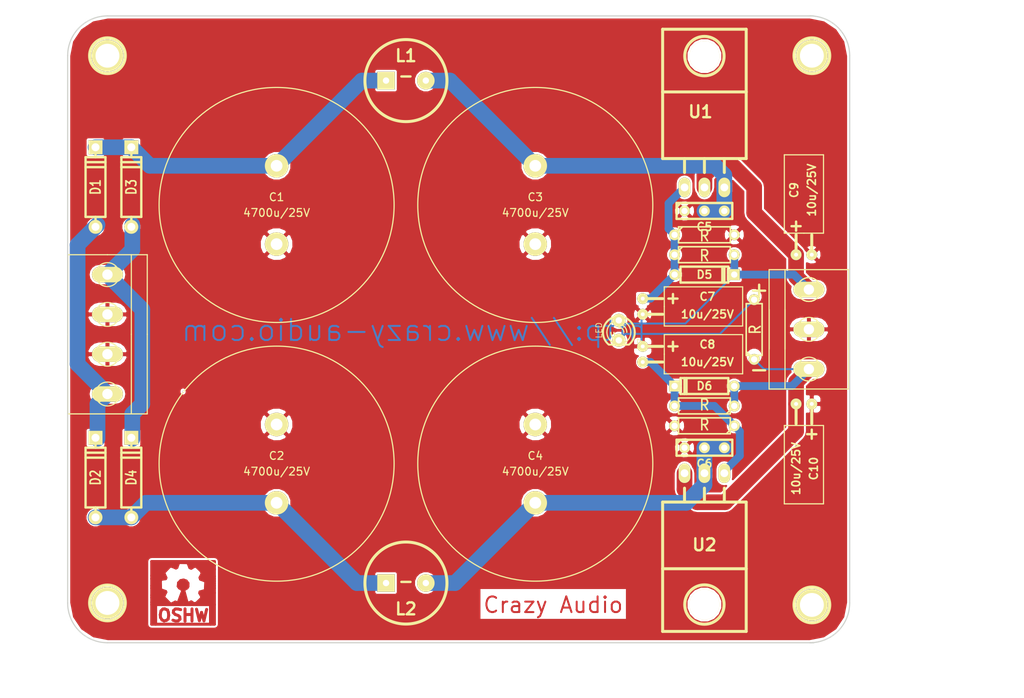
<source format=kicad_pcb>
(kicad_pcb (version 3) (host pcbnew "(2013-mar-25)-stable")

  (general
    (links 51)
    (no_connects 0)
    (area 22.25548 20.828 170.558333 111.22)
    (thickness 1.6)
    (drawings 15)
    (tracks 80)
    (zones 0)
    (modules 33)
    (nets 13)
  )

  (page A3)
  (layers
    (15 F.Cu signal)
    (0 B.Cu signal)
    (16 B.Adhes user)
    (17 F.Adhes user)
    (18 B.Paste user)
    (19 F.Paste user)
    (20 B.SilkS user)
    (21 F.SilkS user)
    (22 B.Mask user)
    (23 F.Mask user)
    (24 Dwgs.User user)
    (25 Cmts.User user)
    (26 Eco1.User user)
    (27 Eco2.User user)
    (28 Edge.Cuts user)
  )

  (setup
    (last_trace_width 0.254)
    (user_trace_width 1)
    (user_trace_width 2)
    (trace_clearance 0.254)
    (zone_clearance 0.254)
    (zone_45_only no)
    (trace_min 0.254)
    (segment_width 0.2)
    (edge_width 0.15)
    (via_size 0.889)
    (via_drill 0.635)
    (via_min_size 0.889)
    (via_min_drill 0.508)
    (uvia_size 0.508)
    (uvia_drill 0.127)
    (uvias_allowed no)
    (uvia_min_size 0.508)
    (uvia_min_drill 0.127)
    (pcb_text_width 0.3)
    (pcb_text_size 1 1)
    (mod_edge_width 0.15)
    (mod_text_size 1 1)
    (mod_text_width 0.15)
    (pad_size 1.4 1.4)
    (pad_drill 0.5)
    (pad_to_mask_clearance 0)
    (aux_axis_origin 0 0)
    (visible_elements FFFFF7BF)
    (pcbplotparams
      (layerselection 3178497)
      (usegerberextensions true)
      (excludeedgelayer true)
      (linewidth 152400)
      (plotframeref false)
      (viasonmask false)
      (mode 1)
      (useauxorigin false)
      (hpglpennumber 1)
      (hpglpenspeed 20)
      (hpglpendiameter 15)
      (hpglpenoverlay 2)
      (psnegative false)
      (psa4output false)
      (plotreference true)
      (plotvalue true)
      (plotothertext true)
      (plotinvisibletext false)
      (padsonsilk false)
      (subtractmaskfromsilk false)
      (outputformat 1)
      (mirror false)
      (drillshape 1)
      (scaleselection 1)
      (outputdirectory ""))
  )

  (net 0 "")
  (net 1 GND)
  (net 2 N-000001)
  (net 3 N-0000010)
  (net 4 N-0000011)
  (net 5 N-000002)
  (net 6 N-000003)
  (net 7 N-000004)
  (net 8 N-000005)
  (net 9 N-000006)
  (net 10 N-000007)
  (net 11 N-000008)
  (net 12 N-000009)

  (net_class Default "This is the default net class."
    (clearance 0.254)
    (trace_width 0.254)
    (via_dia 0.889)
    (via_drill 0.635)
    (uvia_dia 0.508)
    (uvia_drill 0.127)
    (add_net "")
    (add_net GND)
    (add_net N-000001)
    (add_net N-0000010)
    (add_net N-0000011)
    (add_net N-000002)
    (add_net N-000003)
    (add_net N-000004)
    (add_net N-000005)
    (add_net N-000006)
    (add_net N-000007)
    (add_net N-000008)
    (add_net N-000009)
  )

  (module CP_10_30 (layer F.Cu) (tedit 51A51675) (tstamp 51A51540)
    (at 72.39 46.99)
    (path /51A5130D)
    (fp_text reference C1 (at 0 -1) (layer F.SilkS)
      (effects (font (size 1 1) (thickness 0.15)))
    )
    (fp_text value 4700u/25V (at 0 1) (layer F.SilkS)
      (effects (font (size 1 1) (thickness 0.15)))
    )
    (fp_circle (center 0 0) (end 0 -15) (layer F.SilkS) (width 0.15))
    (pad 1 thru_hole circle (at 0 -5) (size 3 3) (drill 1.5)
      (layers *.Cu *.Mask F.SilkS)
      (net 9 N-000006)
    )
    (pad 2 thru_hole circle (at 0 5) (size 3 3) (drill 1.5)
      (layers *.Cu *.Mask F.SilkS)
      (net 1 GND)
    )
  )

  (module CP_10_30 (layer F.Cu) (tedit 51A51675) (tstamp 51A51551)
    (at 105.41 46.99)
    (path /51A5131A)
    (fp_text reference C3 (at 0 -1) (layer F.SilkS)
      (effects (font (size 1 1) (thickness 0.15)))
    )
    (fp_text value 4700u/25V (at 0 1) (layer F.SilkS)
      (effects (font (size 1 1) (thickness 0.15)))
    )
    (fp_circle (center 0 0) (end 0 -15) (layer F.SilkS) (width 0.15))
    (pad 1 thru_hole circle (at 0 -5) (size 3 3) (drill 1.5)
      (layers *.Cu *.Mask F.SilkS)
      (net 3 N-0000010)
    )
    (pad 2 thru_hole circle (at 0 5) (size 3 3) (drill 1.5)
      (layers *.Cu *.Mask F.SilkS)
      (net 1 GND)
    )
  )

  (module CP_10_30 (layer F.Cu) (tedit 51A51675) (tstamp 51A51562)
    (at 72.39 80.01)
    (path /51A51320)
    (fp_text reference C2 (at 0 -1) (layer F.SilkS)
      (effects (font (size 1 1) (thickness 0.15)))
    )
    (fp_text value 4700u/25V (at 0 1) (layer F.SilkS)
      (effects (font (size 1 1) (thickness 0.15)))
    )
    (fp_circle (center 0 0) (end 0 -15) (layer F.SilkS) (width 0.15))
    (pad 1 thru_hole circle (at 0 -5) (size 3 3) (drill 1.5)
      (layers *.Cu *.Mask F.SilkS)
      (net 1 GND)
    )
    (pad 2 thru_hole circle (at 0 5) (size 3 3) (drill 1.5)
      (layers *.Cu *.Mask F.SilkS)
      (net 10 N-000007)
    )
  )

  (module CP_10_30 (layer F.Cu) (tedit 51A51675) (tstamp 51A51573)
    (at 105.41 80.01)
    (path /51A51326)
    (fp_text reference C4 (at 0 -1) (layer F.SilkS)
      (effects (font (size 1 1) (thickness 0.15)))
    )
    (fp_text value 4700u/25V (at 0 1) (layer F.SilkS)
      (effects (font (size 1 1) (thickness 0.15)))
    )
    (fp_circle (center 0 0) (end 0 -15) (layer F.SilkS) (width 0.15))
    (pad 1 thru_hole circle (at 0 -5) (size 3 3) (drill 1.5)
      (layers *.Cu *.Mask F.SilkS)
      (net 1 GND)
    )
    (pad 2 thru_hole circle (at 0 5) (size 3 3) (drill 1.5)
      (layers *.Cu *.Mask F.SilkS)
      (net 4 N-0000011)
    )
  )

  (module R3 (layer F.Cu) (tedit 4E4C0E65) (tstamp 51A51A29)
    (at 127 75.184 180)
    (descr "Resitance 3 pas")
    (tags R)
    (path /51A518B0)
    (autoplace_cost180 10)
    (fp_text reference R2 (at 0 0.127 180) (layer F.SilkS) hide
      (effects (font (size 1.397 1.27) (thickness 0.2032)))
    )
    (fp_text value R (at 0 0.127 180) (layer F.SilkS)
      (effects (font (size 1.397 1.27) (thickness 0.2032)))
    )
    (fp_line (start -3.81 0) (end -3.302 0) (layer F.SilkS) (width 0.2032))
    (fp_line (start 3.81 0) (end 3.302 0) (layer F.SilkS) (width 0.2032))
    (fp_line (start 3.302 0) (end 3.302 -1.016) (layer F.SilkS) (width 0.2032))
    (fp_line (start 3.302 -1.016) (end -3.302 -1.016) (layer F.SilkS) (width 0.2032))
    (fp_line (start -3.302 -1.016) (end -3.302 1.016) (layer F.SilkS) (width 0.2032))
    (fp_line (start -3.302 1.016) (end 3.302 1.016) (layer F.SilkS) (width 0.2032))
    (fp_line (start 3.302 1.016) (end 3.302 0) (layer F.SilkS) (width 0.2032))
    (fp_line (start -3.302 -0.508) (end -2.794 -1.016) (layer F.SilkS) (width 0.2032))
    (pad 1 thru_hole circle (at -3.81 0 180) (size 1.397 1.397) (drill 0.8128)
      (layers *.Cu *.Mask F.SilkS)
      (net 6 N-000003)
    )
    (pad 2 thru_hole circle (at 3.81 0 180) (size 1.397 1.397) (drill 0.8128)
      (layers *.Cu *.Mask F.SilkS)
      (net 1 GND)
    )
    (model discret/resistor.wrl
      (at (xyz 0 0 0))
      (scale (xyz 0.3 0.3 0.3))
      (rotate (xyz 0 0 0))
    )
  )

  (module R3 (layer F.Cu) (tedit 4E4C0E65) (tstamp 51A51A37)
    (at 127 53.34)
    (descr "Resitance 3 pas")
    (tags R)
    (path /51A518BD)
    (autoplace_cost180 10)
    (fp_text reference R3 (at 0 0.127) (layer F.SilkS) hide
      (effects (font (size 1.397 1.27) (thickness 0.2032)))
    )
    (fp_text value R (at 0 0.127) (layer F.SilkS)
      (effects (font (size 1.397 1.27) (thickness 0.2032)))
    )
    (fp_line (start -3.81 0) (end -3.302 0) (layer F.SilkS) (width 0.2032))
    (fp_line (start 3.81 0) (end 3.302 0) (layer F.SilkS) (width 0.2032))
    (fp_line (start 3.302 0) (end 3.302 -1.016) (layer F.SilkS) (width 0.2032))
    (fp_line (start 3.302 -1.016) (end -3.302 -1.016) (layer F.SilkS) (width 0.2032))
    (fp_line (start -3.302 -1.016) (end -3.302 1.016) (layer F.SilkS) (width 0.2032))
    (fp_line (start -3.302 1.016) (end 3.302 1.016) (layer F.SilkS) (width 0.2032))
    (fp_line (start 3.302 1.016) (end 3.302 0) (layer F.SilkS) (width 0.2032))
    (fp_line (start -3.302 -0.508) (end -2.794 -1.016) (layer F.SilkS) (width 0.2032))
    (pad 1 thru_hole circle (at -3.81 0) (size 1.397 1.397) (drill 0.8128)
      (layers *.Cu *.Mask F.SilkS)
      (net 12 N-000009)
    )
    (pad 2 thru_hole circle (at 3.81 0) (size 1.397 1.397) (drill 0.8128)
      (layers *.Cu *.Mask F.SilkS)
      (net 8 N-000005)
    )
    (model discret/resistor.wrl
      (at (xyz 0 0 0))
      (scale (xyz 0.3 0.3 0.3))
      (rotate (xyz 0 0 0))
    )
  )

  (module R3 (layer F.Cu) (tedit 4E4C0E65) (tstamp 51A51A45)
    (at 127 50.8)
    (descr "Resitance 3 pas")
    (tags R)
    (path /51A518C3)
    (autoplace_cost180 10)
    (fp_text reference R1 (at 0 0.127) (layer F.SilkS) hide
      (effects (font (size 1.397 1.27) (thickness 0.2032)))
    )
    (fp_text value R (at 0 0.127) (layer F.SilkS)
      (effects (font (size 1.397 1.27) (thickness 0.2032)))
    )
    (fp_line (start -3.81 0) (end -3.302 0) (layer F.SilkS) (width 0.2032))
    (fp_line (start 3.81 0) (end 3.302 0) (layer F.SilkS) (width 0.2032))
    (fp_line (start 3.302 0) (end 3.302 -1.016) (layer F.SilkS) (width 0.2032))
    (fp_line (start 3.302 -1.016) (end -3.302 -1.016) (layer F.SilkS) (width 0.2032))
    (fp_line (start -3.302 -1.016) (end -3.302 1.016) (layer F.SilkS) (width 0.2032))
    (fp_line (start -3.302 1.016) (end 3.302 1.016) (layer F.SilkS) (width 0.2032))
    (fp_line (start 3.302 1.016) (end 3.302 0) (layer F.SilkS) (width 0.2032))
    (fp_line (start -3.302 -0.508) (end -2.794 -1.016) (layer F.SilkS) (width 0.2032))
    (pad 1 thru_hole circle (at -3.81 0) (size 1.397 1.397) (drill 0.8128)
      (layers *.Cu *.Mask F.SilkS)
      (net 12 N-000009)
    )
    (pad 2 thru_hole circle (at 3.81 0) (size 1.397 1.397) (drill 0.8128)
      (layers *.Cu *.Mask F.SilkS)
      (net 1 GND)
    )
    (model discret/resistor.wrl
      (at (xyz 0 0 0))
      (scale (xyz 0.3 0.3 0.3))
      (rotate (xyz 0 0 0))
    )
  )

  (module R3 (layer F.Cu) (tedit 4E4C0E65) (tstamp 51A51A53)
    (at 127 72.644 180)
    (descr "Resitance 3 pas")
    (tags R)
    (path /51A51A6C)
    (autoplace_cost180 10)
    (fp_text reference R4 (at 0 0.127 180) (layer F.SilkS) hide
      (effects (font (size 1.397 1.27) (thickness 0.2032)))
    )
    (fp_text value R (at 0 0.127 180) (layer F.SilkS)
      (effects (font (size 1.397 1.27) (thickness 0.2032)))
    )
    (fp_line (start -3.81 0) (end -3.302 0) (layer F.SilkS) (width 0.2032))
    (fp_line (start 3.81 0) (end 3.302 0) (layer F.SilkS) (width 0.2032))
    (fp_line (start 3.302 0) (end 3.302 -1.016) (layer F.SilkS) (width 0.2032))
    (fp_line (start 3.302 -1.016) (end -3.302 -1.016) (layer F.SilkS) (width 0.2032))
    (fp_line (start -3.302 -1.016) (end -3.302 1.016) (layer F.SilkS) (width 0.2032))
    (fp_line (start -3.302 1.016) (end 3.302 1.016) (layer F.SilkS) (width 0.2032))
    (fp_line (start 3.302 1.016) (end 3.302 0) (layer F.SilkS) (width 0.2032))
    (fp_line (start -3.302 -0.508) (end -2.794 -1.016) (layer F.SilkS) (width 0.2032))
    (pad 1 thru_hole circle (at -3.81 0 180) (size 1.397 1.397) (drill 0.8128)
      (layers *.Cu *.Mask F.SilkS)
      (net 2 N-000001)
    )
    (pad 2 thru_hole circle (at 3.81 0 180) (size 1.397 1.397) (drill 0.8128)
      (layers *.Cu *.Mask F.SilkS)
      (net 6 N-000003)
    )
    (model discret/resistor.wrl
      (at (xyz 0 0 0))
      (scale (xyz 0.3 0.3 0.3))
      (rotate (xyz 0 0 0))
    )
  )

  (module D3 (layer F.Cu) (tedit 51A5D0A6) (tstamp 51A58B6B)
    (at 127 55.88)
    (descr "Diode 3 pas")
    (tags "DIODE DEV")
    (path /51A58459)
    (fp_text reference D5 (at 0 0) (layer F.SilkS)
      (effects (font (size 1.016 1.016) (thickness 0.2032)))
    )
    (fp_text value 1N4002 (at 0 0) (layer F.SilkS) hide
      (effects (font (size 1.016 1.016) (thickness 0.2032)))
    )
    (fp_line (start 3.81 0) (end 3.048 0) (layer F.SilkS) (width 0.3048))
    (fp_line (start 3.048 0) (end 3.048 -1.016) (layer F.SilkS) (width 0.3048))
    (fp_line (start 3.048 -1.016) (end -3.048 -1.016) (layer F.SilkS) (width 0.3048))
    (fp_line (start -3.048 -1.016) (end -3.048 0) (layer F.SilkS) (width 0.3048))
    (fp_line (start -3.048 0) (end -3.81 0) (layer F.SilkS) (width 0.3048))
    (fp_line (start -3.048 0) (end -3.048 1.016) (layer F.SilkS) (width 0.3048))
    (fp_line (start -3.048 1.016) (end 3.048 1.016) (layer F.SilkS) (width 0.3048))
    (fp_line (start 3.048 1.016) (end 3.048 0) (layer F.SilkS) (width 0.3048))
    (fp_line (start 2.54 -1.016) (end 2.54 1.016) (layer F.SilkS) (width 0.3048))
    (fp_line (start 2.286 1.016) (end 2.286 -1.016) (layer F.SilkS) (width 0.3048))
    (pad 2 thru_hole rect (at 3.81 0) (size 1.397 1.397) (drill 0.8128)
      (layers *.Cu *.Mask F.SilkS)
      (net 8 N-000005)
    )
    (pad 1 thru_hole circle (at -3.81 0) (size 1.397 1.397) (drill 0.8128)
      (layers *.Cu *.Mask F.SilkS)
      (net 12 N-000009)
    )
    (model discret/diode.wrl
      (at (xyz 0 0 0))
      (scale (xyz 0.3 0.3 0.3))
      (rotate (xyz 0 0 0))
    )
  )

  (module D3 (layer F.Cu) (tedit 200000) (tstamp 51A58B7B)
    (at 127 70.104 180)
    (descr "Diode 3 pas")
    (tags "DIODE DEV")
    (path /51A5885E)
    (fp_text reference D6 (at 0 0 180) (layer F.SilkS)
      (effects (font (size 1.016 1.016) (thickness 0.2032)))
    )
    (fp_text value 1N4002 (at 0 0 180) (layer F.SilkS) hide
      (effects (font (size 1.016 1.016) (thickness 0.2032)))
    )
    (fp_line (start 3.81 0) (end 3.048 0) (layer F.SilkS) (width 0.3048))
    (fp_line (start 3.048 0) (end 3.048 -1.016) (layer F.SilkS) (width 0.3048))
    (fp_line (start 3.048 -1.016) (end -3.048 -1.016) (layer F.SilkS) (width 0.3048))
    (fp_line (start -3.048 -1.016) (end -3.048 0) (layer F.SilkS) (width 0.3048))
    (fp_line (start -3.048 0) (end -3.81 0) (layer F.SilkS) (width 0.3048))
    (fp_line (start -3.048 0) (end -3.048 1.016) (layer F.SilkS) (width 0.3048))
    (fp_line (start -3.048 1.016) (end 3.048 1.016) (layer F.SilkS) (width 0.3048))
    (fp_line (start 3.048 1.016) (end 3.048 0) (layer F.SilkS) (width 0.3048))
    (fp_line (start 2.54 -1.016) (end 2.54 1.016) (layer F.SilkS) (width 0.3048))
    (fp_line (start 2.286 1.016) (end 2.286 -1.016) (layer F.SilkS) (width 0.3048))
    (pad 2 thru_hole rect (at 3.81 0 180) (size 1.397 1.397) (drill 0.8128)
      (layers *.Cu *.Mask F.SilkS)
      (net 6 N-000003)
    )
    (pad 1 thru_hole circle (at -3.81 0 180) (size 1.397 1.397) (drill 0.8128)
      (layers *.Cu *.Mask F.SilkS)
      (net 2 N-000001)
    )
    (model discret/diode.wrl
      (at (xyz 0 0 0))
      (scale (xyz 0.3 0.3 0.3))
      (rotate (xyz 0 0 0))
    )
  )

  (module 1pin   locked (layer F.Cu) (tedit 200000) (tstamp 51A5BF80)
    (at 50.8 27.94)
    (descr "module 1 pin (ou trou mecanique de percage)")
    (tags DEV)
    (path 1pin)
    (fp_text reference 1PIN (at 0 -3.048) (layer F.SilkS) hide
      (effects (font (size 1.016 1.016) (thickness 0.254)))
    )
    (fp_text value P*** (at 0 2.794) (layer F.SilkS) hide
      (effects (font (size 1.016 1.016) (thickness 0.254)))
    )
    (fp_circle (center 0 0) (end 0 -2.286) (layer F.SilkS) (width 0.381))
    (pad 1 thru_hole circle (at 0 0) (size 4.064 4.064) (drill 3.048)
      (layers *.Cu *.Mask F.SilkS)
    )
  )

  (module 1pin   locked (layer F.Cu) (tedit 200000) (tstamp 51A5BF91)
    (at 140.716 27.94)
    (descr "module 1 pin (ou trou mecanique de percage)")
    (tags DEV)
    (path 1pin)
    (fp_text reference 1PIN (at 0 -3.048) (layer F.SilkS) hide
      (effects (font (size 1.016 1.016) (thickness 0.254)))
    )
    (fp_text value P*** (at 0 2.794) (layer F.SilkS) hide
      (effects (font (size 1.016 1.016) (thickness 0.254)))
    )
    (fp_circle (center 0 0) (end 0 -2.286) (layer F.SilkS) (width 0.381))
    (pad 1 thru_hole circle (at 0 0) (size 4.064 4.064) (drill 3.048)
      (layers *.Cu *.Mask F.SilkS)
    )
  )

  (module 1pin   locked (layer F.Cu) (tedit 200000) (tstamp 51A5BF9C)
    (at 50.8 97.79)
    (descr "module 1 pin (ou trou mecanique de percage)")
    (tags DEV)
    (path 1pin)
    (fp_text reference 1PIN (at 0 -3.048) (layer F.SilkS) hide
      (effects (font (size 1.016 1.016) (thickness 0.254)))
    )
    (fp_text value P*** (at 0 2.794) (layer F.SilkS) hide
      (effects (font (size 1.016 1.016) (thickness 0.254)))
    )
    (fp_circle (center 0 0) (end 0 -2.286) (layer F.SilkS) (width 0.381))
    (pad 1 thru_hole circle (at 0 0) (size 4.064 4.064) (drill 3.048)
      (layers *.Cu *.Mask F.SilkS)
    )
  )

  (module 1pin   locked (layer F.Cu) (tedit 200000) (tstamp 51A5BFA7)
    (at 140.716 98.044)
    (descr "module 1 pin (ou trou mecanique de percage)")
    (tags DEV)
    (path 1pin)
    (fp_text reference 1PIN (at 0 -3.048) (layer F.SilkS) hide
      (effects (font (size 1.016 1.016) (thickness 0.254)))
    )
    (fp_text value P*** (at 0 2.794) (layer F.SilkS) hide
      (effects (font (size 1.016 1.016) (thickness 0.254)))
    )
    (fp_circle (center 0 0) (end 0 -2.286) (layer F.SilkS) (width 0.381))
    (pad 1 thru_hole circle (at 0 0) (size 4.064 4.064) (drill 3.048)
      (layers *.Cu *.Mask F.SilkS)
    )
  )

  (module AKL073-4 (layer F.Cu) (tedit 51A5ACE5) (tstamp 51A5AA66)
    (at 50.8 63.5 270)
    (descr CONNECTOR)
    (tags CONNECTOR)
    (path /51A589EF)
    (attr virtual)
    (fp_text reference P1 (at -9.906 -6.35 270) (layer F.SilkS) hide
      (effects (font (size 1.778 1.778) (thickness 0.0889)))
    )
    (fp_text value CONN_4 (at 0 8.255 270) (layer F.SilkS) hide
      (effects (font (size 1.778 1.778) (thickness 0.0889)))
    )
    (fp_line (start 10.16 5.08) (end 0 5.08) (layer F.SilkS) (width 0.15))
    (fp_line (start 10.16 -5.08) (end 10.16 5.08) (layer F.SilkS) (width 0.15))
    (fp_line (start 0 -5.08) (end 10.16 -5.08) (layer F.SilkS) (width 0.15))
    (fp_circle (center 2.54 0) (end 4.064 0) (layer F.SilkS) (width 0.15))
    (fp_circle (center 7.62 0) (end 9.144 0) (layer F.SilkS) (width 0.15))
    (fp_line (start 1.524 -1.016) (end 3.556 1.016) (layer F.SilkS) (width 0.15))
    (fp_line (start 6.604 -1.016) (end 8.636 1.016) (layer F.SilkS) (width 0.15))
    (fp_line (start 10.16 -3.048) (end 0 -3.048) (layer F.SilkS) (width 0.15))
    (fp_line (start 0 -3.048) (end -10.16 -3.048) (layer F.SilkS) (width 0.15))
    (fp_line (start -3.556 -1.016) (end -1.524 1.016) (layer F.SilkS) (width 0.15))
    (fp_line (start -8.636 -1.016) (end -6.604 1.016) (layer F.SilkS) (width 0.15))
    (fp_circle (center -2.54 0) (end -1.016 0) (layer F.SilkS) (width 0.15))
    (fp_circle (center -7.62 0) (end -6.096 0) (layer F.SilkS) (width 0.15))
    (fp_line (start -10.16 5.08) (end -10.16 0) (layer F.SilkS) (width 0.15))
    (fp_line (start -10.16 0) (end -10.16 -5.08) (layer F.SilkS) (width 0.15))
    (fp_line (start -10.16 -5.08) (end 0 -5.08) (layer F.SilkS) (width 0.15))
    (fp_line (start 0 5.08) (end -10.16 5.08) (layer F.SilkS) (width 0.15))
    (pad 4 thru_hole oval (at 7.62 0 270) (size 1.9812 3.9624) (drill 1.3208)
      (layers *.Cu F.Paste F.SilkS F.Mask)
      (net 11 N-000008)
    )
    (pad 3 thru_hole oval (at 2.54 0 270) (size 1.9812 3.9624) (drill 1.3208)
      (layers *.Cu F.Paste F.SilkS F.Mask)
      (net 1 GND)
    )
    (pad 1 thru_hole oval (at -7.62 0 270) (size 1.9812 3.9624) (drill 1.3208)
      (layers *.Cu F.Paste F.SilkS F.Mask)
      (net 5 N-000002)
    )
    (pad 2 thru_hole oval (at -2.54 0 270) (size 1.9812 3.9624) (drill 1.3208)
      (layers *.Cu F.Paste F.SilkS F.Mask)
      (net 1 GND)
    )
  )

  (module AKL073-3 (layer F.Cu) (tedit 51A5ACE2) (tstamp 51A58B0F)
    (at 140.335 62.865 90)
    (descr CONNECTOR)
    (tags CONNECTOR)
    (path /51A589E7)
    (attr virtual)
    (fp_text reference K1 (at -7.112 -6.096 90) (layer F.SilkS) hide
      (effects (font (size 1.778 1.778) (thickness 0.0889)))
    )
    (fp_text value CONN_3 (at 0 8.255 90) (layer F.SilkS) hide
      (effects (font (size 1.778 1.778) (thickness 0.0889)))
    )
    (fp_line (start 7.62 5.08) (end -2.54 5.08) (layer F.SilkS) (width 0.15))
    (fp_line (start 7.62 -5.08) (end 7.62 5.08) (layer F.SilkS) (width 0.15))
    (fp_line (start -2.54 -5.08) (end 7.62 -5.08) (layer F.SilkS) (width 0.15))
    (fp_circle (center 5.08 0) (end 6.604 0) (layer F.SilkS) (width 0.15))
    (fp_circle (center 5.08 0) (end 6.604 0) (layer F.SilkS) (width 0.15))
    (fp_line (start 4.064 -1.016) (end 6.096 1.016) (layer F.SilkS) (width 0.15))
    (fp_line (start 4.064 -1.016) (end 6.096 1.016) (layer F.SilkS) (width 0.15))
    (fp_line (start 7.62 -3.048) (end -2.54 -3.048) (layer F.SilkS) (width 0.15))
    (fp_line (start 2.54 -3.048) (end -7.62 -3.048) (layer F.SilkS) (width 0.15))
    (fp_line (start -1.016 -1.016) (end 1.016 1.016) (layer F.SilkS) (width 0.15))
    (fp_line (start -6.096 -1.016) (end -4.064 1.016) (layer F.SilkS) (width 0.15))
    (fp_circle (center 0 0) (end 1.524 0) (layer F.SilkS) (width 0.15))
    (fp_circle (center -5.08 0) (end -3.556 0) (layer F.SilkS) (width 0.15))
    (fp_line (start -7.62 5.08) (end -7.62 0) (layer F.SilkS) (width 0.15))
    (fp_line (start -7.62 0) (end -7.62 -5.08) (layer F.SilkS) (width 0.15))
    (fp_line (start -7.62 -5.08) (end 2.54 -5.08) (layer F.SilkS) (width 0.15))
    (fp_line (start 2.54 5.08) (end -7.62 5.08) (layer F.SilkS) (width 0.15))
    (pad 3 thru_hole oval (at 5.08 0 90) (size 1.9812 3.9624) (drill 1.3208)
      (layers *.Cu F.Paste F.SilkS F.Mask)
      (net 8 N-000005)
    )
    (pad 1 thru_hole oval (at -5.08 0 90) (size 1.9812 3.9624) (drill 1.3208)
      (layers *.Cu F.Paste F.SilkS F.Mask)
      (net 2 N-000001)
    )
    (pad 2 thru_hole oval (at 0 0 90) (size 1.9812 3.9624) (drill 1.3208)
      (layers *.Cu F.Paste F.SilkS F.Mask)
      (net 1 GND)
    )
  )

  (module HFSRA_C (layer F.Cu) (tedit 51A6276C) (tstamp 51A51527)
    (at 88.9 31.115)
    (path /51A5132E)
    (fp_text reference L1 (at 0 -3.175) (layer F.SilkS)
      (effects (font (size 1.524 1.524) (thickness 0.3048)))
    )
    (fp_text value - (at 0 -0.635) (layer F.SilkS)
      (effects (font (size 1.524 1.524) (thickness 0.3048)))
    )
    (fp_circle (center 0 0) (end 5.08 1.27) (layer F.SilkS) (width 0.381))
    (pad 1 thru_hole rect (at -2.54 0) (size 2.24028 2.24028) (drill 0.8128)
      (layers *.Cu *.Mask F.SilkS)
      (net 9 N-000006)
    )
    (pad 2 thru_hole circle (at 2.54 0) (size 2.24028 2.24028) (drill 0.8128)
      (layers *.Cu *.Mask F.SilkS)
      (net 3 N-0000010)
    )
    (model inductances/HFSRA_cy.wrl
      (at (xyz 0 0 0))
      (scale (xyz 1 1 1))
      (rotate (xyz 0 0 0))
    )
  )

  (module HFSRA_C (layer F.Cu) (tedit 51A62773) (tstamp 51A5152F)
    (at 88.9 95.25)
    (path /51A5133B)
    (fp_text reference L2 (at 0 3.302) (layer F.SilkS)
      (effects (font (size 1.524 1.524) (thickness 0.3048)))
    )
    (fp_text value - (at 0 -0.254) (layer F.SilkS)
      (effects (font (size 1.524 1.524) (thickness 0.3048)))
    )
    (fp_circle (center 0 0) (end 5.08 1.27) (layer F.SilkS) (width 0.381))
    (pad 1 thru_hole rect (at -2.54 0) (size 2.24028 2.24028) (drill 0.8128)
      (layers *.Cu *.Mask F.SilkS)
      (net 10 N-000007)
    )
    (pad 2 thru_hole circle (at 2.54 0) (size 2.24028 2.24028) (drill 0.8128)
      (layers *.Cu *.Mask F.SilkS)
      (net 4 N-0000011)
    )
    (model inductances/HFSRA_cy.wrl
      (at (xyz 0 0 0))
      (scale (xyz 1 1 1))
      (rotate (xyz 0 0 0))
    )
  )

  (module Symbol_OSHW-Logo_CopperTop_Negative_07Jul2012   locked (layer F.Cu) (tedit 503CF075) (tstamp 51A7BEAC)
    (at 60.452 95.504)
    (descr "Symbol, OSHW-Logo, Copper top, Negative,")
    (tags "Symbol, OSHW-Logo, Copper top, Negative,")
    (fp_text reference SYM (at 0.09906 -4.38912) (layer F.SilkS) hide
      (effects (font (size 1.524 1.524) (thickness 0.3048)))
    )
    (fp_text value Symbol_OSHW-Logo_CopperTop_Negative_07Jul2012 (at 0.30988 6.56082) (layer F.SilkS) hide
      (effects (font (size 1.524 1.524) (thickness 0.3048)))
    )
    (fp_line (start 0 0.59944) (end -0.59944 2.19964) (layer F.Cu) (width 0.381))
    (fp_line (start 0.09906 0.70104) (end 0.50038 2.19964) (layer F.Cu) (width 0.381))
    (fp_line (start -0.39878 0.29972) (end 0.39878 0.29972) (layer F.Cu) (width 0.381))
    (fp_line (start 0.59944 0) (end -0.39878 0) (layer F.Cu) (width 0.381))
    (fp_line (start -0.39878 -0.29972) (end 0.39878 -0.29972) (layer F.Cu) (width 0.381))
    (fp_line (start -4.0005 2.19964) (end -1.99898 2.19964) (layer F.Cu) (width 0.381))
    (fp_line (start -2.30124 1.89992) (end -3.8989 1.89992) (layer F.Cu) (width 0.381))
    (fp_line (start -4.0005 1.6002) (end -2.49936 1.6002) (layer F.Cu) (width 0.381))
    (fp_line (start -2.4003 1.30048) (end -4.0005 1.30048) (layer F.Cu) (width 0.381))
    (fp_line (start -3.8989 1.00076) (end -2.49936 1.00076) (layer F.Cu) (width 0.381))
    (fp_line (start -2.79908 0.70104) (end -3.8989 0.70104) (layer F.Cu) (width 0.381))
    (fp_line (start -4.0005 0.39878) (end -2.99974 0.39878) (layer F.Cu) (width 0.381))
    (fp_line (start -2.99974 0.09906) (end -4.0005 0.09906) (layer F.Cu) (width 0.381))
    (fp_line (start -3.8989 -0.20066) (end -2.99974 -0.20066) (layer F.Cu) (width 0.381))
    (fp_line (start -2.90068 -0.50038) (end -3.8989 -0.50038) (layer F.Cu) (width 0.381))
    (fp_line (start -4.0005 -0.8001) (end -2.49936 -0.8001) (layer F.Cu) (width 0.381))
    (fp_line (start -2.4003 -1.09982) (end -3.8989 -1.09982) (layer F.Cu) (width 0.381))
    (fp_line (start -4.0005 -1.19888) (end -2.60096 -1.19888) (layer F.Cu) (width 0.381))
    (fp_line (start -2.49936 -1.50114) (end -3.8989 -1.50114) (layer F.Cu) (width 0.381))
    (fp_line (start -3.8989 -1.80086) (end -2.49936 -1.80086) (layer F.Cu) (width 0.381))
    (fp_line (start -1.99898 -2.10058) (end -3.79984 -2.10058) (layer F.Cu) (width 0.381))
    (fp_line (start -3.8989 -2.4003) (end -0.89916 -2.4003) (layer F.Cu) (width 0.381))
    (fp_line (start -0.70104 -2.70002) (end -3.8989 -2.70002) (layer F.Cu) (width 0.381))
    (fp_line (start 0.8001 -2.70002) (end 3.8989 -2.70002) (layer F.Cu) (width 0.381))
    (fp_line (start 4.0005 -2.49936) (end 0.89916 -2.49936) (layer F.Cu) (width 0.381))
    (fp_line (start 1.99898 -2.19964) (end 3.8989 -2.19964) (layer F.Cu) (width 0.381))
    (fp_line (start 4.0005 -1.99898) (end 2.30124 -1.99898) (layer F.Cu) (width 0.381))
    (fp_line (start 2.49936 -1.69926) (end 3.8989 -1.69926) (layer F.Cu) (width 0.381))
    (fp_line (start 3.8989 -1.39954) (end 2.60096 -1.39954) (layer F.Cu) (width 0.381))
    (fp_line (start 2.30124 -1.09982) (end 4.0005 -1.09982) (layer F.Cu) (width 0.381))
    (fp_line (start 4.0005 -0.8001) (end 2.4003 -0.8001) (layer F.Cu) (width 0.381))
    (fp_line (start 2.90068 -0.50038) (end 4.0005 -0.50038) (layer F.Cu) (width 0.381))
    (fp_line (start 4.0005 -0.20066) (end 2.99974 -0.20066) (layer F.Cu) (width 0.381))
    (fp_line (start 2.90068 0.09906) (end 4.0005 0.09906) (layer F.Cu) (width 0.381))
    (fp_line (start 4.0005 0.39878) (end 2.90068 0.39878) (layer F.Cu) (width 0.381))
    (fp_line (start 2.79908 0.70104) (end 3.8989 0.70104) (layer F.Cu) (width 0.381))
    (fp_line (start 4.0005 1.00076) (end 2.30124 1.00076) (layer F.Cu) (width 0.381))
    (fp_line (start 2.4003 1.30048) (end 3.8989 1.30048) (layer F.Cu) (width 0.381))
    (fp_line (start 2.4003 1.6002) (end 3.79984 1.6002) (layer F.Cu) (width 0.381))
    (fp_line (start 3.8989 1.89992) (end 2.4003 1.89992) (layer F.Cu) (width 0.381))
    (fp_line (start 2.10058 2.19964) (end 3.79984 2.19964) (layer F.Cu) (width 0.381))
    (fp_line (start 0 1.6002) (end 0.20066 2.30124) (layer F.Cu) (width 0.381))
    (fp_line (start 0 1.50114) (end -0.20066 2.30124) (layer F.Cu) (width 0.381))
    (fp_line (start 3.70078 2.49936) (end 3.79984 4.8006) (layer F.Cu) (width 0.381))
    (fp_line (start -3.79984 2.49936) (end -3.79984 4.8006) (layer F.Cu) (width 0.381))
    (fp_line (start -3.50012 2.49936) (end -3.50012 5.00126) (layer F.Cu) (width 0.381))
    (fp_line (start 3.50012 2.49936) (end 3.50012 5.00126) (layer F.Cu) (width 0.381))
    (fp_line (start -4.0005 2.49936) (end 4.0005 2.49936) (layer F.Cu) (width 0.381))
    (fp_line (start 0.02032 0.68072) (end -0.01016 0.97028) (layer F.Cu) (width 0.381))
    (fp_line (start -0.01016 0.97028) (end 0.5588 2.33934) (layer F.Cu) (width 0.381))
    (fp_line (start 0.5588 2.33934) (end 1.00076 2.18948) (layer F.Cu) (width 0.381))
    (fp_line (start 1.00076 2.18948) (end 1.03886 2.14122) (layer F.Cu) (width 0.381))
    (fp_line (start 1.03886 2.14122) (end 1.43002 2.41046) (layer F.Cu) (width 0.381))
    (fp_line (start 1.41986 2.36982) (end 1.62052 2.33934) (layer F.Cu) (width 0.381))
    (fp_line (start 1.63068 2.37998) (end 2.30886 1.7399) (layer F.Cu) (width 0.381))
    (fp_line (start 2.30886 1.7399) (end 2.4003 1.50876) (layer F.Cu) (width 0.381))
    (fp_line (start 2.4003 1.50876) (end 2.13106 1.03124) (layer F.Cu) (width 0.381))
    (fp_line (start 2.13106 1.03124) (end 2.159 0.87884) (layer F.Cu) (width 0.381))
    (fp_line (start 2.159 0.87884) (end 2.83972 0.69088) (layer F.Cu) (width 0.381))
    (fp_line (start 2.83972 0.69088) (end 2.90068 -0.49022) (layer F.Cu) (width 0.381))
    (fp_line (start 2.90068 -0.49022) (end 2.23012 -0.73914) (layer F.Cu) (width 0.381))
    (fp_line (start 2.23012 -0.73914) (end 2.159 -0.9398) (layer F.Cu) (width 0.381))
    (fp_line (start 2.159 -0.9398) (end 2.43078 -1.47066) (layer F.Cu) (width 0.381))
    (fp_line (start 2.43078 -1.47066) (end 2.30886 -1.78054) (layer F.Cu) (width 0.381))
    (fp_line (start 2.30886 -1.78054) (end 1.66878 -2.39014) (layer F.Cu) (width 0.381))
    (fp_line (start 1.66878 -2.39014) (end 1.4605 -2.4003) (layer F.Cu) (width 0.381))
    (fp_line (start 1.4605 -2.4003) (end 1.03886 -2.14122) (layer F.Cu) (width 0.381))
    (fp_line (start 1.03886 -2.14122) (end 0.86106 -2.21996) (layer F.Cu) (width 0.381))
    (fp_line (start 0.86106 -2.21996) (end 0.64008 -2.77876) (layer F.Cu) (width 0.381))
    (fp_line (start 0.64008 -2.77876) (end 0.61976 -2.84988) (layer F.Cu) (width 0.381))
    (fp_line (start 0.61976 -2.84988) (end -0.55118 -2.8702) (layer F.Cu) (width 0.381))
    (fp_line (start -0.54102 -2.91084) (end -0.78994 -2.24028) (layer F.Cu) (width 0.381))
    (fp_line (start -0.78994 -2.24028) (end -0.90932 -2.16916) (layer F.Cu) (width 0.381))
    (fp_line (start -0.90932 -2.16916) (end -1.61036 -2.46888) (layer F.Cu) (width 0.381))
    (fp_line (start -1.61036 -2.46888) (end -2.46126 -1.56972) (layer F.Cu) (width 0.381))
    (fp_line (start -2.46126 -1.56972) (end -2.18948 -0.9398) (layer F.Cu) (width 0.381))
    (fp_line (start -2.18948 -0.9398) (end -2.23012 -0.81026) (layer F.Cu) (width 0.381))
    (fp_line (start -2.23012 -0.81026) (end -2.75082 -0.72898) (layer F.Cu) (width 0.381))
    (fp_line (start -2.75082 -0.72898) (end -2.90068 -0.67056) (layer F.Cu) (width 0.381))
    (fp_line (start -2.90068 -0.67056) (end -2.8702 0.58928) (layer F.Cu) (width 0.381))
    (fp_line (start -2.8702 0.58928) (end -2.23012 0.82042) (layer F.Cu) (width 0.381))
    (fp_line (start -2.23012 0.82042) (end -2.19964 0.91948) (layer F.Cu) (width 0.381))
    (fp_line (start -2.19964 0.91948) (end -2.49936 1.52908) (layer F.Cu) (width 0.381))
    (fp_line (start -2.49936 1.52908) (end -1.67894 2.36982) (layer F.Cu) (width 0.381))
    (fp_line (start -1.67894 2.36982) (end -1.56972 2.46126) (layer F.Cu) (width 0.381))
    (fp_line (start -1.56972 2.46126) (end -0.98044 2.16916) (layer F.Cu) (width 0.381))
    (fp_line (start -0.98044 2.16916) (end -0.71882 2.30886) (layer F.Cu) (width 0.381))
    (fp_line (start -0.71882 2.30886) (end -0.49022 2.30886) (layer F.Cu) (width 0.381))
    (fp_line (start -0.49022 2.30886) (end 0.0508 0.8001) (layer F.Cu) (width 0.381))
    (fp_line (start 0.0508 0.8001) (end -0.1905 0.49022) (layer F.Cu) (width 0.381))
    (fp_line (start -0.1905 0.49022) (end -0.26924 0.50038) (layer F.Cu) (width 0.381))
    (fp_line (start -0.26924 0.50038) (end -0.48006 0.36068) (layer F.Cu) (width 0.381))
    (fp_line (start -0.48006 0.36068) (end -0.61976 0.16002) (layer F.Cu) (width 0.381))
    (fp_line (start -0.61976 0.16002) (end -0.57912 -0.2794) (layer F.Cu) (width 0.381))
    (fp_line (start -0.57912 -0.2794) (end -0.29972 -0.56896) (layer F.Cu) (width 0.381))
    (fp_line (start -0.29972 -0.56896) (end 0.06096 -0.64008) (layer F.Cu) (width 0.381))
    (fp_line (start 0.06096 -0.64008) (end 0.39878 -0.5207) (layer F.Cu) (width 0.381))
    (fp_line (start 0.39878 -0.5207) (end 0.62992 -0.22098) (layer F.Cu) (width 0.381))
    (fp_line (start 0.62992 -0.22098) (end 0.61976 0.18034) (layer F.Cu) (width 0.381))
    (fp_line (start 0.61976 0.18034) (end 0.51054 0.37084) (layer F.Cu) (width 0.381))
    (fp_line (start 0.51054 0.37084) (end 0 0.68072) (layer F.Cu) (width 0.381))
    (fp_line (start -4.0005 -2.99974) (end 4.0005 -2.99974) (layer F.Cu) (width 0.381))
    (fp_line (start 4.0005 -2.99974) (end 4.0005 5.00126) (layer F.Cu) (width 0.381))
    (fp_line (start 4.0005 5.00126) (end -4.0005 5.00126) (layer F.Cu) (width 0.381))
    (fp_line (start -4.0005 5.00126) (end -4.0005 -2.99974) (layer F.Cu) (width 0.381))
    (fp_line (start 1.71704 3.08102) (end 2.07772 4.55168) (layer F.Cu) (width 0.381))
    (fp_line (start 2.07772 4.55168) (end 2.35712 3.48996) (layer F.Cu) (width 0.381))
    (fp_line (start 2.35712 3.48996) (end 2.667 4.56184) (layer F.Cu) (width 0.381))
    (fp_line (start 2.667 4.56184) (end 3.00736 3.1115) (layer F.Cu) (width 0.381))
    (fp_line (start 0.29718 3.7719) (end 1.08712 3.76174) (layer F.Cu) (width 0.381))
    (fp_line (start 1.08712 3.76174) (end 1.09728 3.7719) (layer F.Cu) (width 0.381))
    (fp_line (start 1.09728 3.7719) (end 1.09728 3.76174) (layer F.Cu) (width 0.381))
    (fp_line (start 1.13792 3.05054) (end 1.13792 4.59232) (layer F.Cu) (width 0.381))
    (fp_line (start 0.24892 3.04038) (end 0.24892 4.6101) (layer F.Cu) (width 0.381))
    (fp_line (start 0.24892 4.6101) (end 0.25908 4.59994) (layer F.Cu) (width 0.381))
    (fp_line (start -0.30226 3.14198) (end -0.65278 3.0607) (layer F.Cu) (width 0.381))
    (fp_line (start -0.65278 3.0607) (end -0.97282 3.05054) (layer F.Cu) (width 0.381))
    (fp_line (start -0.97282 3.05054) (end -1.21158 3.2512) (layer F.Cu) (width 0.381))
    (fp_line (start -1.21158 3.2512) (end -1.24206 3.52044) (layer F.Cu) (width 0.381))
    (fp_line (start -1.24206 3.52044) (end -1.00076 3.76174) (layer F.Cu) (width 0.381))
    (fp_line (start -1.00076 3.76174) (end -0.61214 3.89128) (layer F.Cu) (width 0.381))
    (fp_line (start -0.61214 3.89128) (end -0.4318 4.0513) (layer F.Cu) (width 0.381))
    (fp_line (start -0.4318 4.0513) (end -0.39116 4.35102) (layer F.Cu) (width 0.381))
    (fp_line (start -0.39116 4.35102) (end -0.6223 4.572) (layer F.Cu) (width 0.381))
    (fp_line (start -0.6223 4.572) (end -0.94234 4.59994) (layer F.Cu) (width 0.381))
    (fp_line (start -0.94234 4.59994) (end -1.29286 4.49072) (layer F.Cu) (width 0.381))
    (fp_line (start -2.33172 3.04038) (end -2.58064 3.0607) (layer F.Cu) (width 0.381))
    (fp_line (start -2.58064 3.0607) (end -2.82194 3.302) (layer F.Cu) (width 0.381))
    (fp_line (start -2.82194 3.302) (end -2.91084 3.79222) (layer F.Cu) (width 0.381))
    (fp_line (start -2.91084 3.79222) (end -2.8829 4.1402) (layer F.Cu) (width 0.381))
    (fp_line (start -2.8829 4.1402) (end -2.68224 4.46024) (layer F.Cu) (width 0.381))
    (fp_line (start -2.68224 4.46024) (end -2.43078 4.58216) (layer F.Cu) (width 0.381))
    (fp_line (start -2.43078 4.58216) (end -2.1209 4.51104) (layer F.Cu) (width 0.381))
    (fp_line (start -2.1209 4.51104) (end -1.90246 4.3307) (layer F.Cu) (width 0.381))
    (fp_line (start -1.90246 4.3307) (end -1.83134 3.87096) (layer F.Cu) (width 0.381))
    (fp_line (start -1.83134 3.87096) (end -1.88214 3.46202) (layer F.Cu) (width 0.381))
    (fp_line (start -1.88214 3.46202) (end -1.99136 3.18008) (layer F.Cu) (width 0.381))
    (fp_line (start -1.99136 3.18008) (end -2.35204 3.05054) (layer F.Cu) (width 0.381))
  )

  (module TO-220_Neutral123_Horizontal (layer F.Cu) (tedit 51A5E3E2) (tstamp 51A64283)
    (at 127 81.232 180)
    (descr "TO-220, Neutral, Horizontal,")
    (tags "TO-220, Neutral, Horizontal,")
    (path /51A51861)
    (fp_text reference U2 (at 0 -9.144 180) (layer F.SilkS)
      (effects (font (size 1.524 1.524) (thickness 0.3048)))
    )
    (fp_text value LM337T (at -0.29972 3.44932 180) (layer F.SilkS) hide
      (effects (font (size 1.524 1.524) (thickness 0.3048)))
    )
    (fp_circle (center 0 -16.764) (end 1.778 -14.986) (layer F.SilkS) (width 0.381))
    (fp_line (start -2.54 -3.683) (end -2.54 -1.905) (layer F.SilkS) (width 0.381))
    (fp_line (start 0 -3.683) (end 0 -1.905) (layer F.SilkS) (width 0.381))
    (fp_line (start 2.54 -3.683) (end 2.54 -1.905) (layer F.SilkS) (width 0.381))
    (fp_line (start 5.334 -12.192) (end 5.334 -20.193) (layer F.SilkS) (width 0.381))
    (fp_line (start 5.334 -20.193) (end -5.334 -20.193) (layer F.SilkS) (width 0.381))
    (fp_line (start -5.334 -20.193) (end -5.334 -12.192) (layer F.SilkS) (width 0.381))
    (fp_line (start 5.334 -3.683) (end 5.334 -12.192) (layer F.SilkS) (width 0.381))
    (fp_line (start 5.334 -12.192) (end -5.334 -12.192) (layer F.SilkS) (width 0.381))
    (fp_line (start -5.334 -12.192) (end -5.334 -3.683) (layer F.SilkS) (width 0.381))
    (fp_line (start 0 -3.683) (end -5.334 -3.683) (layer F.SilkS) (width 0.381))
    (fp_line (start 0 -3.683) (end 5.334 -3.683) (layer F.SilkS) (width 0.381))
    (pad 2 thru_hole oval (at 0 0 270) (size 2.49936 1.50114) (drill 1.00076)
      (layers *.Cu *.Mask F.SilkS)
      (net 4 N-0000011)
    )
    (pad 1 thru_hole oval (at -2.54 0 270) (size 2.49936 1.50114) (drill 1.00076)
      (layers *.Cu *.Mask F.SilkS)
      (net 6 N-000003)
    )
    (pad 3 thru_hole oval (at 2.54 0 270) (size 2.49936 1.50114) (drill 1.00076)
      (layers *.Cu *.Mask F.SilkS)
      (net 2 N-000001)
    )
    (pad "" np_thru_hole circle (at 0 -16.764 270) (size 3.79984 3.79984) (drill 3.79984)
      (layers *.Cu *.Mask F.SilkS)
    )
    (model Transistor_TO-220_Wings3d_RevB_03Sep2012/TO220-Horizontal_RevB_Faktor03937_03Sep2012.wrl
      (at (xyz 0 0 0))
      (scale (xyz 0.3937 0.3937 0.3937))
      (rotate (xyz 0 0 0))
    )
  )

  (module TO-220_Neutral123_Horizontal (layer F.Cu) (tedit 51A5E3DE) (tstamp 51A64313)
    (at 127 44.752)
    (descr "TO-220, Neutral, Horizontal,")
    (tags "TO-220, Neutral, Horizontal,")
    (path /51A51870)
    (fp_text reference U1 (at -0.508 -9.652) (layer F.SilkS)
      (effects (font (size 1.524 1.524) (thickness 0.3048)))
    )
    (fp_text value LM317T (at -0.29972 3.44932) (layer F.SilkS) hide
      (effects (font (size 1.524 1.524) (thickness 0.3048)))
    )
    (fp_circle (center 0 -16.764) (end 1.778 -14.986) (layer F.SilkS) (width 0.381))
    (fp_line (start -2.54 -3.683) (end -2.54 -1.905) (layer F.SilkS) (width 0.381))
    (fp_line (start 0 -3.683) (end 0 -1.905) (layer F.SilkS) (width 0.381))
    (fp_line (start 2.54 -3.683) (end 2.54 -1.905) (layer F.SilkS) (width 0.381))
    (fp_line (start 5.334 -12.192) (end 5.334 -20.193) (layer F.SilkS) (width 0.381))
    (fp_line (start 5.334 -20.193) (end -5.334 -20.193) (layer F.SilkS) (width 0.381))
    (fp_line (start -5.334 -20.193) (end -5.334 -12.192) (layer F.SilkS) (width 0.381))
    (fp_line (start 5.334 -3.683) (end 5.334 -12.192) (layer F.SilkS) (width 0.381))
    (fp_line (start 5.334 -12.192) (end -5.334 -12.192) (layer F.SilkS) (width 0.381))
    (fp_line (start -5.334 -12.192) (end -5.334 -3.683) (layer F.SilkS) (width 0.381))
    (fp_line (start 0 -3.683) (end -5.334 -3.683) (layer F.SilkS) (width 0.381))
    (fp_line (start 0 -3.683) (end 5.334 -3.683) (layer F.SilkS) (width 0.381))
    (pad 2 thru_hole oval (at 0 0 90) (size 2.49936 1.50114) (drill 1.00076)
      (layers *.Cu *.Mask F.SilkS)
      (net 8 N-000005)
    )
    (pad 1 thru_hole oval (at -2.54 0 90) (size 2.49936 1.50114) (drill 1.00076)
      (layers *.Cu *.Mask F.SilkS)
      (net 12 N-000009)
    )
    (pad 3 thru_hole oval (at 2.54 0 90) (size 2.49936 1.50114) (drill 1.00076)
      (layers *.Cu *.Mask F.SilkS)
      (net 3 N-0000010)
    )
    (pad "" np_thru_hole circle (at 0 -16.764 90) (size 3.79984 3.79984) (drill 3.79984)
      (layers *.Cu *.Mask F.SilkS)
    )
    (model Transistor_TO-220_Wings3d_RevB_03Sep2012/TO220-Horizontal_RevB_Faktor03937_03Sep2012.wrl
      (at (xyz 0 0 0))
      (scale (xyz 0.3937 0.3937 0.3937))
      (rotate (xyz 0 0 0))
    )
  )

  (module D4 (layer F.Cu) (tedit 200000) (tstamp 51A58B2B)
    (at 53.848 44.704 90)
    (descr "Diode 4 pas")
    (tags "DIODE DEV")
    (path /51A58253)
    (fp_text reference D3 (at 0 0 90) (layer F.SilkS)
      (effects (font (size 1.27 1.016) (thickness 0.2032)))
    )
    (fp_text value DIODE (at 0 0 90) (layer F.SilkS) hide
      (effects (font (size 1.27 1.016) (thickness 0.2032)))
    )
    (fp_line (start -3.81 -1.27) (end 3.81 -1.27) (layer F.SilkS) (width 0.3048))
    (fp_line (start 3.81 -1.27) (end 3.81 1.27) (layer F.SilkS) (width 0.3048))
    (fp_line (start 3.81 1.27) (end -3.81 1.27) (layer F.SilkS) (width 0.3048))
    (fp_line (start -3.81 1.27) (end -3.81 -1.27) (layer F.SilkS) (width 0.3048))
    (fp_line (start 3.175 -1.27) (end 3.175 1.27) (layer F.SilkS) (width 0.3048))
    (fp_line (start 2.54 1.27) (end 2.54 -1.27) (layer F.SilkS) (width 0.3048))
    (fp_line (start -3.81 0) (end -5.08 0) (layer F.SilkS) (width 0.3048))
    (fp_line (start 3.81 0) (end 5.08 0) (layer F.SilkS) (width 0.3048))
    (pad 1 thru_hole circle (at -5.08 0 90) (size 1.778 1.778) (drill 1.016)
      (layers *.Cu *.Mask F.SilkS)
      (net 5 N-000002)
    )
    (pad 2 thru_hole rect (at 5.08 0 90) (size 1.778 1.778) (drill 1.016)
      (layers *.Cu *.Mask F.SilkS)
      (net 9 N-000006)
    )
    (model discret/diode.wrl
      (at (xyz 0 0 0))
      (scale (xyz 0.4 0.4 0.4))
      (rotate (xyz 0 0 0))
    )
  )

  (module D4 (layer F.Cu) (tedit 200000) (tstamp 51A58B3B)
    (at 49.276 44.704 90)
    (descr "Diode 4 pas")
    (tags "DIODE DEV")
    (path /51A58260)
    (fp_text reference D1 (at 0 0 90) (layer F.SilkS)
      (effects (font (size 1.27 1.016) (thickness 0.2032)))
    )
    (fp_text value DIODE (at 0 0 90) (layer F.SilkS) hide
      (effects (font (size 1.27 1.016) (thickness 0.2032)))
    )
    (fp_line (start -3.81 -1.27) (end 3.81 -1.27) (layer F.SilkS) (width 0.3048))
    (fp_line (start 3.81 -1.27) (end 3.81 1.27) (layer F.SilkS) (width 0.3048))
    (fp_line (start 3.81 1.27) (end -3.81 1.27) (layer F.SilkS) (width 0.3048))
    (fp_line (start -3.81 1.27) (end -3.81 -1.27) (layer F.SilkS) (width 0.3048))
    (fp_line (start 3.175 -1.27) (end 3.175 1.27) (layer F.SilkS) (width 0.3048))
    (fp_line (start 2.54 1.27) (end 2.54 -1.27) (layer F.SilkS) (width 0.3048))
    (fp_line (start -3.81 0) (end -5.08 0) (layer F.SilkS) (width 0.3048))
    (fp_line (start 3.81 0) (end 5.08 0) (layer F.SilkS) (width 0.3048))
    (pad 1 thru_hole circle (at -5.08 0 90) (size 1.778 1.778) (drill 1.016)
      (layers *.Cu *.Mask F.SilkS)
      (net 11 N-000008)
    )
    (pad 2 thru_hole rect (at 5.08 0 90) (size 1.778 1.778) (drill 1.016)
      (layers *.Cu *.Mask F.SilkS)
      (net 9 N-000006)
    )
    (model discret/diode.wrl
      (at (xyz 0 0 0))
      (scale (xyz 0.4 0.4 0.4))
      (rotate (xyz 0 0 0))
    )
  )

  (module D4 (layer F.Cu) (tedit 200000) (tstamp 51A58B4B)
    (at 53.848 81.788 90)
    (descr "Diode 4 pas")
    (tags "DIODE DEV")
    (path /51A5827A)
    (fp_text reference D4 (at 0 0 90) (layer F.SilkS)
      (effects (font (size 1.27 1.016) (thickness 0.2032)))
    )
    (fp_text value DIODE (at 0 0 90) (layer F.SilkS) hide
      (effects (font (size 1.27 1.016) (thickness 0.2032)))
    )
    (fp_line (start -3.81 -1.27) (end 3.81 -1.27) (layer F.SilkS) (width 0.3048))
    (fp_line (start 3.81 -1.27) (end 3.81 1.27) (layer F.SilkS) (width 0.3048))
    (fp_line (start 3.81 1.27) (end -3.81 1.27) (layer F.SilkS) (width 0.3048))
    (fp_line (start -3.81 1.27) (end -3.81 -1.27) (layer F.SilkS) (width 0.3048))
    (fp_line (start 3.175 -1.27) (end 3.175 1.27) (layer F.SilkS) (width 0.3048))
    (fp_line (start 2.54 1.27) (end 2.54 -1.27) (layer F.SilkS) (width 0.3048))
    (fp_line (start -3.81 0) (end -5.08 0) (layer F.SilkS) (width 0.3048))
    (fp_line (start 3.81 0) (end 5.08 0) (layer F.SilkS) (width 0.3048))
    (pad 1 thru_hole circle (at -5.08 0 90) (size 1.778 1.778) (drill 1.016)
      (layers *.Cu *.Mask F.SilkS)
      (net 10 N-000007)
    )
    (pad 2 thru_hole rect (at 5.08 0 90) (size 1.778 1.778) (drill 1.016)
      (layers *.Cu *.Mask F.SilkS)
      (net 5 N-000002)
    )
    (model discret/diode.wrl
      (at (xyz 0 0 0))
      (scale (xyz 0.4 0.4 0.4))
      (rotate (xyz 0 0 0))
    )
  )

  (module D4 (layer F.Cu) (tedit 200000) (tstamp 51A58B5B)
    (at 49.276 81.788 90)
    (descr "Diode 4 pas")
    (tags "DIODE DEV")
    (path /51A58280)
    (fp_text reference D2 (at 0 0 90) (layer F.SilkS)
      (effects (font (size 1.27 1.016) (thickness 0.2032)))
    )
    (fp_text value DIODE (at 0 0 90) (layer F.SilkS) hide
      (effects (font (size 1.27 1.016) (thickness 0.2032)))
    )
    (fp_line (start -3.81 -1.27) (end 3.81 -1.27) (layer F.SilkS) (width 0.3048))
    (fp_line (start 3.81 -1.27) (end 3.81 1.27) (layer F.SilkS) (width 0.3048))
    (fp_line (start 3.81 1.27) (end -3.81 1.27) (layer F.SilkS) (width 0.3048))
    (fp_line (start -3.81 1.27) (end -3.81 -1.27) (layer F.SilkS) (width 0.3048))
    (fp_line (start 3.175 -1.27) (end 3.175 1.27) (layer F.SilkS) (width 0.3048))
    (fp_line (start 2.54 1.27) (end 2.54 -1.27) (layer F.SilkS) (width 0.3048))
    (fp_line (start -3.81 0) (end -5.08 0) (layer F.SilkS) (width 0.3048))
    (fp_line (start 3.81 0) (end 5.08 0) (layer F.SilkS) (width 0.3048))
    (pad 1 thru_hole circle (at -5.08 0 90) (size 1.778 1.778) (drill 1.016)
      (layers *.Cu *.Mask F.SilkS)
      (net 10 N-000007)
    )
    (pad 2 thru_hole rect (at 5.08 0 90) (size 1.778 1.778) (drill 1.016)
      (layers *.Cu *.Mask F.SilkS)
      (net 11 N-000008)
    )
    (model discret/diode.wrl
      (at (xyz 0 0 0))
      (scale (xyz 0.4 0.4 0.4))
      (rotate (xyz 0 0 0))
    )
  )

  (module R3 (layer F.Cu) (tedit 4E4C0E65) (tstamp 51A5E6B6)
    (at 133.35 62.8904 90)
    (descr "Resitance 3 pas")
    (tags R)
    (path /51A658E5)
    (autoplace_cost180 10)
    (fp_text reference R5 (at 0 0.127 90) (layer F.SilkS) hide
      (effects (font (size 1.397 1.27) (thickness 0.2032)))
    )
    (fp_text value R (at 0 0.127 90) (layer F.SilkS)
      (effects (font (size 1.397 1.27) (thickness 0.2032)))
    )
    (fp_line (start -3.81 0) (end -3.302 0) (layer F.SilkS) (width 0.2032))
    (fp_line (start 3.81 0) (end 3.302 0) (layer F.SilkS) (width 0.2032))
    (fp_line (start 3.302 0) (end 3.302 -1.016) (layer F.SilkS) (width 0.2032))
    (fp_line (start 3.302 -1.016) (end -3.302 -1.016) (layer F.SilkS) (width 0.2032))
    (fp_line (start -3.302 -1.016) (end -3.302 1.016) (layer F.SilkS) (width 0.2032))
    (fp_line (start -3.302 1.016) (end 3.302 1.016) (layer F.SilkS) (width 0.2032))
    (fp_line (start 3.302 1.016) (end 3.302 0) (layer F.SilkS) (width 0.2032))
    (fp_line (start -3.302 -0.508) (end -2.794 -1.016) (layer F.SilkS) (width 0.2032))
    (pad 1 thru_hole circle (at -3.81 0 90) (size 1.397 1.397) (drill 0.8128)
      (layers *.Cu *.Mask F.SilkS)
      (net 2 N-000001)
    )
    (pad 2 thru_hole circle (at 3.81 0 90) (size 1.397 1.397) (drill 0.8128)
      (layers *.Cu *.Mask F.SilkS)
      (net 7 N-000004)
    )
    (model discret/resistor.wrl
      (at (xyz 0 0 0))
      (scale (xyz 0.3 0.3 0.3))
      (rotate (xyz 0 0 0))
    )
  )

  (module LED-3MM (layer F.Cu) (tedit 50ADE848) (tstamp 51A5E6DD)
    (at 116.078 62.992 270)
    (descr "LED 3mm - Lead pitch 100mil (2,54mm)")
    (tags "LED led 3mm 3MM 100mil 2,54mm")
    (path /51A658D8)
    (fp_text reference D7 (at 1.778 -2.794 270) (layer F.SilkS)
      (effects (font (size 0.762 0.762) (thickness 0.0889)))
    )
    (fp_text value LED (at 0 2.54 270) (layer F.SilkS)
      (effects (font (size 0.762 0.762) (thickness 0.0889)))
    )
    (fp_line (start 1.8288 1.27) (end 1.8288 -1.27) (layer F.SilkS) (width 0.254))
    (fp_arc (start 0.254 0) (end -1.27 0) (angle 39.8) (layer F.SilkS) (width 0.1524))
    (fp_arc (start 0.254 0) (end -0.88392 1.01092) (angle 41.6) (layer F.SilkS) (width 0.1524))
    (fp_arc (start 0.254 0) (end 1.4097 -0.9906) (angle 40.6) (layer F.SilkS) (width 0.1524))
    (fp_arc (start 0.254 0) (end 1.778 0) (angle 39.8) (layer F.SilkS) (width 0.1524))
    (fp_arc (start 0.254 0) (end 0.254 -1.524) (angle 54.4) (layer F.SilkS) (width 0.1524))
    (fp_arc (start 0.254 0) (end -0.9652 -0.9144) (angle 53.1) (layer F.SilkS) (width 0.1524))
    (fp_arc (start 0.254 0) (end 1.45542 0.93472) (angle 52.1) (layer F.SilkS) (width 0.1524))
    (fp_arc (start 0.254 0) (end 0.254 1.524) (angle 52.1) (layer F.SilkS) (width 0.1524))
    (fp_arc (start 0.254 0) (end -0.381 0) (angle 90) (layer F.SilkS) (width 0.1524))
    (fp_arc (start 0.254 0) (end -0.762 0) (angle 90) (layer F.SilkS) (width 0.1524))
    (fp_arc (start 0.254 0) (end 0.889 0) (angle 90) (layer F.SilkS) (width 0.1524))
    (fp_arc (start 0.254 0) (end 1.27 0) (angle 90) (layer F.SilkS) (width 0.1524))
    (fp_arc (start 0.254 0) (end 0.254 -2.032) (angle 50.1) (layer F.SilkS) (width 0.254))
    (fp_arc (start 0.254 0) (end -1.5367 -0.95504) (angle 61.9) (layer F.SilkS) (width 0.254))
    (fp_arc (start 0.254 0) (end 1.8034 1.31064) (angle 49.7) (layer F.SilkS) (width 0.254))
    (fp_arc (start 0.254 0) (end 0.254 2.032) (angle 60.2) (layer F.SilkS) (width 0.254))
    (fp_arc (start 0.254 0) (end -1.778 0) (angle 28.3) (layer F.SilkS) (width 0.254))
    (fp_arc (start 0.254 0) (end -1.47574 1.06426) (angle 31.6) (layer F.SilkS) (width 0.254))
    (pad 1 thru_hole circle (at -1.27 0 270) (size 1.6764 1.6764) (drill 0.8128)
      (layers *.Cu *.Mask F.SilkS)
      (net 8 N-000005)
    )
    (pad 2 thru_hole circle (at 1.27 0 270) (size 1.6764 1.6764) (drill 0.8128)
      (layers *.Cu *.Mask F.SilkS)
      (net 7 N-000004)
    )
    (model discret/leds/led3_vertical_verde.wrl
      (at (xyz 0 0 0))
      (scale (xyz 1 1 1))
      (rotate (xyz 0 0 0))
    )
  )

  (module C2_D5x10 (layer F.Cu) (tedit 51A701C1) (tstamp 51A58B82)
    (at 119.126 66.04 90)
    (path /51A58466)
    (fp_text reference C8 (at 1.25 8.25 180) (layer F.SilkS)
      (effects (font (size 1.016 1.016) (thickness 0.2032)))
    )
    (fp_text value 10u/25V (at -1 8.25 180) (layer F.SilkS)
      (effects (font (size 1.016 1.016) (thickness 0.2032)))
    )
    (fp_line (start 0 2.75) (end 2.5 2.75) (layer F.SilkS) (width 0.15))
    (fp_line (start 2.5 2.75) (end 2.5 12.75) (layer F.SilkS) (width 0.15))
    (fp_line (start 2.5 12.75) (end -2.5 12.75) (layer F.SilkS) (width 0.15))
    (fp_line (start -2.5 12.75) (end -2.5 2.75) (layer F.SilkS) (width 0.15))
    (fp_line (start -2.5 2.75) (end 0 2.75) (layer F.SilkS) (width 0.15))
    (fp_text user + (at 1 3.75 90) (layer F.SilkS)
      (effects (font (size 1.524 1.524) (thickness 0.3048)))
    )
    (fp_line (start -1 0) (end -1 2.54) (layer F.SilkS) (width 0.381))
    (fp_line (start 1 0) (end 1 2.54) (layer F.SilkS) (width 0.381))
    (pad 1 thru_hole circle (at 1 0 90) (size 1.4 1.4) (drill 0.5)
      (layers *.Cu *.Mask F.SilkS)
      (net 1 GND)
    )
    (pad 2 thru_hole circle (at -1 0 90) (size 1.4 1.4) (drill 0.5)
      (layers *.Cu *.Mask F.SilkS)
      (net 6 N-000003)
    )
    (model discret/c_horiz_c1v7.wrl
      (at (xyz 0 0 0))
      (scale (xyz 1.5 1.5 1.5))
      (rotate (xyz 0 0 0))
    )
  )

  (module C2_D5x10 (layer F.Cu) (tedit 51A701F7) (tstamp 51A58B89)
    (at 119.126 59.944 90)
    (path /51A58614)
    (fp_text reference C7 (at 1.25 8.25 180) (layer F.SilkS)
      (effects (font (size 1.016 1.016) (thickness 0.2032)))
    )
    (fp_text value 10u/25V (at -1 8.25 180) (layer F.SilkS)
      (effects (font (size 1.016 1.016) (thickness 0.2032)))
    )
    (fp_line (start 0 2.75) (end 2.5 2.75) (layer F.SilkS) (width 0.15))
    (fp_line (start 2.5 2.75) (end 2.5 12.75) (layer F.SilkS) (width 0.15))
    (fp_line (start 2.5 12.75) (end -2.5 12.75) (layer F.SilkS) (width 0.15))
    (fp_line (start -2.5 12.75) (end -2.5 2.75) (layer F.SilkS) (width 0.15))
    (fp_line (start -2.5 2.75) (end 0 2.75) (layer F.SilkS) (width 0.15))
    (fp_text user + (at 1 3.75 90) (layer F.SilkS)
      (effects (font (size 1.524 1.524) (thickness 0.3048)))
    )
    (fp_line (start -1 0) (end -1 2.54) (layer F.SilkS) (width 0.381))
    (fp_line (start 1 0) (end 1 2.54) (layer F.SilkS) (width 0.381))
    (pad 1 thru_hole circle (at 1 0 90) (size 1.4 1.4) (drill 0.5)
      (layers *.Cu *.Mask F.SilkS)
      (net 12 N-000009)
    )
    (pad 2 thru_hole circle (at -1 0 90) (size 1.4 1.4) (drill 0.5)
      (layers *.Cu *.Mask F.SilkS)
      (net 1 GND)
    )
    (model discret/c_horiz_c1v7.wrl
      (at (xyz 0 0 0))
      (scale (xyz 1.5 1.5 1.5))
      (rotate (xyz 0 0 0))
    )
  )

  (module C2_D5x10 (layer F.Cu) (tedit 51A700E7) (tstamp 51A6453D)
    (at 139.7 53.34 180)
    (path /51A588FA)
    (fp_text reference C9 (at 1.25 8.25 270) (layer F.SilkS)
      (effects (font (size 1.016 1.016) (thickness 0.2032)))
    )
    (fp_text value 10u/25V (at -1 8.25 270) (layer F.SilkS)
      (effects (font (size 1.016 1.016) (thickness 0.2032)))
    )
    (fp_line (start 0 2.75) (end 2.5 2.75) (layer F.SilkS) (width 0.15))
    (fp_line (start 2.5 2.75) (end 2.5 12.75) (layer F.SilkS) (width 0.15))
    (fp_line (start 2.5 12.75) (end -2.5 12.75) (layer F.SilkS) (width 0.15))
    (fp_line (start -2.5 12.75) (end -2.5 2.75) (layer F.SilkS) (width 0.15))
    (fp_line (start -2.5 2.75) (end 0 2.75) (layer F.SilkS) (width 0.15))
    (fp_text user + (at 1 3.75 180) (layer F.SilkS)
      (effects (font (size 1.524 1.524) (thickness 0.3048)))
    )
    (fp_line (start -1 0) (end -1 2.54) (layer F.SilkS) (width 0.381))
    (fp_line (start 1 0) (end 1 2.54) (layer F.SilkS) (width 0.381))
    (pad 1 thru_hole circle (at 1 0 180) (size 1.4 1.4) (drill 0.5)
      (layers *.Cu *.Mask F.SilkS)
      (net 8 N-000005)
    )
    (pad 2 thru_hole circle (at -1 0 180) (size 1.4 1.4) (drill 0.5)
      (layers *.Cu *.Mask F.SilkS)
      (net 1 GND)
    )
    (model discret/c_horiz_c1v7.wrl
      (at (xyz 0 0 0))
      (scale (xyz 1.5 1.5 1.5))
      (rotate (xyz 0 0 0))
    )
  )

  (module C2_D5x10 (layer F.Cu) (tedit 51A70122) (tstamp 51A58B97)
    (at 139.7 72.39)
    (path /51A58900)
    (fp_text reference C10 (at 1.25 8.25 90) (layer F.SilkS)
      (effects (font (size 1.016 1.016) (thickness 0.2032)))
    )
    (fp_text value 10u/25V (at -1 8.25 90) (layer F.SilkS)
      (effects (font (size 1.016 1.016) (thickness 0.2032)))
    )
    (fp_line (start 0 2.75) (end 2.5 2.75) (layer F.SilkS) (width 0.15))
    (fp_line (start 2.5 2.75) (end 2.5 12.75) (layer F.SilkS) (width 0.15))
    (fp_line (start 2.5 12.75) (end -2.5 12.75) (layer F.SilkS) (width 0.15))
    (fp_line (start -2.5 12.75) (end -2.5 2.75) (layer F.SilkS) (width 0.15))
    (fp_line (start -2.5 2.75) (end 0 2.75) (layer F.SilkS) (width 0.15))
    (fp_text user + (at 1 3.75) (layer F.SilkS)
      (effects (font (size 1.524 1.524) (thickness 0.3048)))
    )
    (fp_line (start -1 0) (end -1 2.54) (layer F.SilkS) (width 0.381))
    (fp_line (start 1 0) (end 1 2.54) (layer F.SilkS) (width 0.381))
    (pad 1 thru_hole circle (at 1 0) (size 1.4 1.4) (drill 0.5)
      (layers *.Cu *.Mask F.SilkS)
      (net 1 GND)
    )
    (pad 2 thru_hole circle (at -1 0) (size 1.4 1.4) (drill 0.5)
      (layers *.Cu *.Mask F.SilkS)
      (net 2 N-000001)
    )
    (model discret/c_horiz_c1v7.wrl
      (at (xyz 0 0 0))
      (scale (xyz 1.5 1.5 1.5))
      (rotate (xyz 0 0 0))
    )
  )

  (module C1-1 (layer F.Cu) (tedit 200000) (tstamp 51A63DF7)
    (at 127 47.752)
    (descr "Condensateur e = 1 ou 2 pas")
    (tags C)
    (path /51A58C57)
    (fp_text reference C5 (at 0 2.032) (layer F.SilkS)
      (effects (font (size 1.016 1.016) (thickness 0.2032)))
    )
    (fp_text value 100n (at 0 2.032) (layer F.SilkS) hide
      (effects (font (size 1.016 1.016) (thickness 0.2032)))
    )
    (fp_line (start -3.556 -1.016) (end 3.556 -1.016) (layer F.SilkS) (width 0.3048))
    (fp_line (start 3.556 -1.016) (end 3.556 1.016) (layer F.SilkS) (width 0.3048))
    (fp_line (start 3.556 1.016) (end -3.556 1.016) (layer F.SilkS) (width 0.3048))
    (fp_line (start -3.556 1.016) (end -3.556 -1.016) (layer F.SilkS) (width 0.3048))
    (fp_line (start -3.556 -0.508) (end -3.048 -1.016) (layer F.SilkS) (width 0.3048))
    (pad 1 thru_hole circle (at -2.54 0) (size 1.397 1.397) (drill 0.8128)
      (layers *.Cu *.Mask F.SilkS)
      (net 1 GND)
    )
    (pad 2 thru_hole circle (at 2.54 0) (size 1.397 1.397) (drill 0.8128)
      (layers *.Cu *.Mask F.SilkS)
      (net 3 N-0000010)
    )
    (pad 2 thru_hole circle (at 0 0) (size 1.397 1.397) (drill 0.8128)
      (layers *.Cu *.Mask F.SilkS)
      (net 3 N-0000010)
    )
    (model discret/capa_2pas_5x5mm.wrl
      (at (xyz 0 0 0))
      (scale (xyz 1 1 1))
      (rotate (xyz 0 0 0))
    )
  )

  (module C1-1 (layer F.Cu) (tedit 200000) (tstamp 51A63E08)
    (at 127 77.978)
    (descr "Condensateur e = 1 ou 2 pas")
    (tags C)
    (path /51A58C64)
    (fp_text reference C6 (at 0 2.032) (layer F.SilkS)
      (effects (font (size 1.016 1.016) (thickness 0.2032)))
    )
    (fp_text value 100n (at 0 2.032) (layer F.SilkS) hide
      (effects (font (size 1.016 1.016) (thickness 0.2032)))
    )
    (fp_line (start -3.556 -1.016) (end 3.556 -1.016) (layer F.SilkS) (width 0.3048))
    (fp_line (start 3.556 -1.016) (end 3.556 1.016) (layer F.SilkS) (width 0.3048))
    (fp_line (start 3.556 1.016) (end -3.556 1.016) (layer F.SilkS) (width 0.3048))
    (fp_line (start -3.556 1.016) (end -3.556 -1.016) (layer F.SilkS) (width 0.3048))
    (fp_line (start -3.556 -0.508) (end -3.048 -1.016) (layer F.SilkS) (width 0.3048))
    (pad 1 thru_hole circle (at -2.54 0) (size 1.397 1.397) (drill 0.8128)
      (layers *.Cu *.Mask F.SilkS)
      (net 1 GND)
    )
    (pad 2 thru_hole circle (at 2.54 0) (size 1.397 1.397) (drill 0.8128)
      (layers *.Cu *.Mask F.SilkS)
      (net 4 N-0000011)
    )
    (pad 2 thru_hole circle (at 0 0) (size 1.397 1.397) (drill 0.8128)
      (layers *.Cu *.Mask F.SilkS)
      (net 4 N-0000011)
    )
    (model discret/capa_2pas_5x5mm.wrl
      (at (xyz 0 0 0))
      (scale (xyz 1 1 1))
      (rotate (xyz 0 0 0))
    )
  )

  (gr_text "Crazy Audio" (at 107.696 98.044) (layer F.Cu)
    (effects (font (size 2 2) (thickness 0.25)))
  )
  (gr_text - (at 133.985 67.945) (layer F.SilkS)
    (effects (font (size 2 2) (thickness 0.3)) (justify mirror))
  )
  (gr_text + (at 133.985 57.785) (layer F.SilkS)
    (effects (font (size 2 2) (thickness 0.3)) (justify mirror))
  )
  (gr_text http://www.crazy-audio.com (at 89.916 62.992) (layer B.Cu)
    (effects (font (size 2.7 2.7) (thickness 0.25)) (justify mirror))
  )
  (gr_line (start 145.542 97.79) (end 145.542 27.94) (angle 90) (layer Edge.Cuts) (width 0.15))
  (gr_line (start 50.8 102.87) (end 140.97 102.87) (angle 90) (layer Edge.Cuts) (width 0.15))
  (gr_line (start 45.72 27.94) (end 45.72 97.79) (angle 90) (layer Edge.Cuts) (width 0.15))
  (gr_line (start 140.97 22.86) (end 50.8 22.86) (angle 90) (layer Edge.Cuts) (width 0.15))
  (gr_arc (start 140.462 27.94) (end 140.462 22.86) (angle 90) (layer Edge.Cuts) (width 0.15))
  (gr_arc (start 140.462 97.79) (end 145.542 97.79) (angle 90) (layer Edge.Cuts) (width 0.15))
  (gr_arc (start 50.8 97.79) (end 50.8 102.87) (angle 90) (layer Edge.Cuts) (width 0.15))
  (gr_arc (start 50.8 27.94) (end 45.72 27.94) (angle 90) (layer Edge.Cuts) (width 0.15))
  (dimension 100.33 (width 0.25) (layer Eco2.User)
    (gr_text "100.330 mm" (at 95.885 110.219999) (layer Eco2.User)
      (effects (font (size 1 1) (thickness 0.25)))
    )
    (feature1 (pts (xy 45.72 102.87) (xy 45.72 111.219999)))
    (feature2 (pts (xy 146.05 102.87) (xy 146.05 111.219999)))
    (crossbar (pts (xy 146.05 109.219999) (xy 45.72 109.219999)))
    (arrow1a (pts (xy 45.72 109.219999) (xy 46.846503 108.633579)))
    (arrow1b (pts (xy 45.72 109.219999) (xy 46.846503 109.806419)))
    (arrow2a (pts (xy 146.05 109.219999) (xy 144.923497 108.633579)))
    (arrow2b (pts (xy 146.05 109.219999) (xy 144.923497 109.806419)))
  )
  (dimension 80.01 (width 0.25) (layer Eco2.User)
    (gr_text "80.010 mm" (at 166.099999 62.865001 270) (layer Eco2.User)
      (effects (font (size 1 1) (thickness 0.25)))
    )
    (feature1 (pts (xy 146.05 102.87) (xy 167.099999 102.870001)))
    (feature2 (pts (xy 146.05 22.86) (xy 167.099999 22.860001)))
    (crossbar (pts (xy 165.099999 22.860001) (xy 165.099999 102.870001)))
    (arrow1a (pts (xy 165.099999 102.870001) (xy 164.513579 101.743498)))
    (arrow1b (pts (xy 165.099999 102.870001) (xy 165.686419 101.743498)))
    (arrow2a (pts (xy 165.099999 22.860001) (xy 164.513579 23.986504)))
    (arrow2b (pts (xy 165.099999 22.860001) (xy 165.686419 23.986504)))
  )
  (gr_line (start 60.452 70.739) (end 60.452 70.866) (angle 90) (layer Edge.Cuts) (width 0.15))

  (segment (start 133.35 66.7004) (end 134.5946 67.945) (width 0.254) (layer B.Cu) (net 2) (status 400000))
  (segment (start 134.5946 67.945) (end 140.335 67.945) (width 0.254) (layer B.Cu) (net 2) (tstamp 51A70253) (status 800000))
  (segment (start 130.81 70.104) (end 130.81 72.644) (width 1) (layer B.Cu) (net 2))
  (segment (start 130.81 70.104) (end 138.176 70.104) (width 1) (layer B.Cu) (net 2))
  (segment (start 138.176 70.104) (end 140.335 67.945) (width 1) (layer B.Cu) (net 2) (tstamp 51A6FE4A))
  (segment (start 138.7 72.39) (end 138.7 69.58) (width 2) (layer F.Cu) (net 2))
  (segment (start 138.7 69.58) (end 140.335 67.945) (width 2) (layer F.Cu) (net 2) (tstamp 51A6F8A8))
  (segment (start 124.46 81.232) (end 124.46 83.312) (width 2) (layer F.Cu) (net 2))
  (segment (start 138.7 75.8792) (end 138.7 72.39) (width 2) (layer F.Cu) (net 2) (tstamp 51A6F8A3))
  (segment (start 129.6416 84.9376) (end 138.7 75.8792) (width 2) (layer F.Cu) (net 2) (tstamp 51A6F89B))
  (segment (start 126.0856 84.9376) (end 129.6416 84.9376) (width 2) (layer F.Cu) (net 2) (tstamp 51A6F898))
  (segment (start 124.46 83.312) (end 126.0856 84.9376) (width 2) (layer F.Cu) (net 2) (tstamp 51A6F894))
  (segment (start 129.54 47.752) (end 127 47.752) (width 2) (layer B.Cu) (net 3))
  (segment (start 129.54 44.752) (end 129.54 47.752) (width 2) (layer B.Cu) (net 3))
  (segment (start 105.41 41.99) (end 128.35 41.99) (width 2) (layer B.Cu) (net 3))
  (segment (start 129.54 43.18) (end 129.54 44.752) (width 2) (layer B.Cu) (net 3) (tstamp 51A6F6EC))
  (segment (start 128.35 41.99) (end 129.54 43.18) (width 2) (layer B.Cu) (net 3) (tstamp 51A6F6EB))
  (segment (start 91.44 31.115) (end 94.535 31.115) (width 2) (layer B.Cu) (net 3))
  (segment (start 94.535 31.115) (end 105.41 41.99) (width 2) (layer B.Cu) (net 3) (tstamp 51A670FC))
  (segment (start 105.41 85.01) (end 124.6924 85.01) (width 2) (layer B.Cu) (net 4))
  (segment (start 127 82.7024) (end 127 81.232) (width 2) (layer B.Cu) (net 4) (tstamp 51A6F87C))
  (segment (start 124.6924 85.01) (end 127 82.7024) (width 2) (layer B.Cu) (net 4) (tstamp 51A6F878))
  (segment (start 127 77.978) (end 129.54 77.978) (width 2) (layer B.Cu) (net 4))
  (segment (start 127 81.232) (end 127 77.978) (width 2) (layer B.Cu) (net 4))
  (segment (start 105.41 85.01) (end 95.17 95.25) (width 2) (layer B.Cu) (net 4))
  (segment (start 95.17 95.25) (end 91.44 95.25) (width 2) (layer B.Cu) (net 4) (tstamp 51A67104))
  (segment (start 53.975 76.835) (end 53.975 73.66) (width 2) (layer B.Cu) (net 5))
  (segment (start 55.245 60.325) (end 50.8 55.88) (width 2) (layer B.Cu) (net 5) (tstamp 51A5CFEB))
  (segment (start 55.245 72.39) (end 55.245 60.325) (width 2) (layer B.Cu) (net 5) (tstamp 51A5CFE6))
  (segment (start 53.975 73.66) (end 55.245 72.39) (width 2) (layer B.Cu) (net 5) (tstamp 51A5CFE3))
  (segment (start 53.975 49.53) (end 53.975 52.705) (width 2) (layer B.Cu) (net 5))
  (segment (start 53.975 52.705) (end 50.8 55.88) (width 2) (layer B.Cu) (net 5) (tstamp 51A5CFE0))
  (segment (start 123.19 72.644) (end 128.27 72.644) (width 1) (layer B.Cu) (net 6))
  (segment (start 128.27 72.644) (end 130.81 75.184) (width 1) (layer B.Cu) (net 6) (tstamp 51A6FE2C))
  (segment (start 123.19 70.104) (end 123.19 72.644) (width 1) (layer B.Cu) (net 6))
  (segment (start 119.126 67.04) (end 120.126 67.04) (width 1) (layer B.Cu) (net 6))
  (segment (start 120.126 67.04) (end 123.19 70.104) (width 1) (layer B.Cu) (net 6) (tstamp 51A6FE26))
  (segment (start 129.54 81.232) (end 129.54 80.9752) (width 1) (layer B.Cu) (net 6))
  (segment (start 129.54 80.9752) (end 131.5212 78.994) (width 1) (layer B.Cu) (net 6) (tstamp 51A6FDCA))
  (segment (start 131.5212 78.994) (end 131.5212 75.8952) (width 1) (layer B.Cu) (net 6) (tstamp 51A6FDCD))
  (segment (start 131.5212 75.8952) (end 130.81 75.184) (width 1) (layer B.Cu) (net 6) (tstamp 51A6FDD9))
  (segment (start 133.35 59.0804) (end 128.9812 63.4492) (width 0.254) (layer B.Cu) (net 7) (status 400000))
  (segment (start 116.8908 63.4492) (end 116.078 64.262) (width 0.254) (layer B.Cu) (net 7) (tstamp 51A70250) (status 800000))
  (segment (start 128.9812 63.4492) (end 116.8908 63.4492) (width 0.254) (layer B.Cu) (net 7) (tstamp 51A7024A))
  (segment (start 116.078 61.722) (end 116.4844 62.1284) (width 0.254) (layer B.Cu) (net 8))
  (segment (start 124.5616 62.1284) (end 130.81 55.88) (width 0.254) (layer B.Cu) (net 8) (tstamp 51A6FEF7))
  (segment (start 116.4844 62.1284) (end 124.5616 62.1284) (width 0.254) (layer B.Cu) (net 8) (tstamp 51A6FEF2))
  (segment (start 130.81 55.88) (end 138.43 55.88) (width 1) (layer B.Cu) (net 8))
  (segment (start 138.43 55.88) (end 140.335 57.785) (width 1) (layer B.Cu) (net 8) (tstamp 51A6F7D7))
  (segment (start 130.81 55.88) (end 130.81 53.34) (width 1) (layer B.Cu) (net 8))
  (segment (start 140.335 57.785) (end 138.7 56.15) (width 2) (layer F.Cu) (net 8))
  (segment (start 138.7 56.15) (end 138.7 53.34) (width 2) (layer F.Cu) (net 8) (tstamp 51A6F764))
  (segment (start 127 44.752) (end 127 43.18) (width 2) (layer F.Cu) (net 8))
  (segment (start 133.35 47.99) (end 138.7 53.34) (width 2) (layer F.Cu) (net 8) (tstamp 51A6F758))
  (segment (start 133.35 44.704) (end 133.35 47.99) (width 2) (layer F.Cu) (net 8) (tstamp 51A6F751))
  (segment (start 130.81 42.164) (end 133.35 44.704) (width 2) (layer F.Cu) (net 8) (tstamp 51A6F74A))
  (segment (start 128.016 42.164) (end 130.81 42.164) (width 2) (layer F.Cu) (net 8) (tstamp 51A6F747))
  (segment (start 127 43.18) (end 128.016 42.164) (width 2) (layer F.Cu) (net 8) (tstamp 51A6F741))
  (segment (start 72.39 41.99) (end 56.214 41.99) (width 2) (layer B.Cu) (net 9))
  (segment (start 56.214 41.99) (end 53.848 39.624) (width 2) (layer B.Cu) (net 9) (tstamp 51A5E629))
  (segment (start 53.848 39.624) (end 49.276 39.624) (width 2) (layer B.Cu) (net 9) (tstamp 51A5E62A))
  (segment (start 72.39 41.99) (end 83.265 31.115) (width 2) (layer B.Cu) (net 9))
  (segment (start 83.265 31.115) (end 86.36 31.115) (width 2) (layer B.Cu) (net 9) (tstamp 51A670F9))
  (segment (start 72.39 85.01) (end 55.706 85.01) (width 2) (layer B.Cu) (net 10))
  (segment (start 55.706 85.01) (end 53.848 86.868) (width 2) (layer B.Cu) (net 10) (tstamp 51A5E62E))
  (segment (start 53.848 86.868) (end 49.276 86.868) (width 2) (layer B.Cu) (net 10) (tstamp 51A5E62F))
  (segment (start 72.39 85.01) (end 82.63 95.25) (width 2) (layer B.Cu) (net 10))
  (segment (start 82.63 95.25) (end 86.36 95.25) (width 2) (layer B.Cu) (net 10) (tstamp 51A67100))
  (segment (start 49.53 76.835) (end 49.53 72.39) (width 2) (layer B.Cu) (net 11))
  (segment (start 49.53 72.39) (end 50.8 71.12) (width 2) (layer B.Cu) (net 11) (tstamp 51A5CFDD))
  (segment (start 49.53 49.53) (end 46.99 52.07) (width 2) (layer B.Cu) (net 11))
  (segment (start 46.99 67.31) (end 50.8 71.12) (width 2) (layer B.Cu) (net 11) (tstamp 51A5CFD6))
  (segment (start 46.99 52.07) (end 46.99 67.31) (width 2) (layer B.Cu) (net 11) (tstamp 51A5CFD3))
  (segment (start 123.19 55.88) (end 120.126 58.944) (width 1) (layer B.Cu) (net 12))
  (segment (start 120.126 58.944) (end 119.126 58.944) (width 1) (layer B.Cu) (net 12) (tstamp 51A6F7B6))
  (segment (start 123.19 53.34) (end 123.19 55.88) (width 1) (layer B.Cu) (net 12))
  (segment (start 123.19 50.8) (end 123.19 53.34) (width 1) (layer B.Cu) (net 12))
  (segment (start 124.46 44.752) (end 122.428 46.784) (width 1) (layer B.Cu) (net 12))
  (segment (start 122.428 50.038) (end 123.19 50.8) (width 1) (layer B.Cu) (net 12) (tstamp 51A6F7AD))
  (segment (start 122.428 46.784) (end 122.428 50.038) (width 1) (layer B.Cu) (net 12) (tstamp 51A6F7AA))

  (zone (net 1) (net_name GND) (layer F.Cu) (tstamp 51A670E7) (hatch edge 0.508)
    (connect_pads (clearance 0.254))
    (min_thickness 0.254)
    (fill (arc_segments 16) (thermal_gap 0.508) (thermal_bridge_width 0.508))
    (polygon
      (pts
        (xy 146.304 105.664) (xy 37.084 106.172) (xy 45.212 21.336) (xy 44.704 20.828) (xy 145.288 21.336)
        (xy 146.304 105.664)
      )
    )
    (filled_polygon
      (pts
        (xy 145.086 97.736384) (xy 144.724816 99.560493) (xy 143.727924 101.049631) (xy 143.129417 101.450296) (xy 143.129417 97.56613)
        (xy 143.129417 27.46213) (xy 142.762834 26.574931) (xy 142.084639 25.895551) (xy 141.198081 25.52742) (xy 140.23813 25.526583)
        (xy 139.350931 25.893166) (xy 138.671551 26.571361) (xy 138.30342 27.457919) (xy 138.302583 28.41787) (xy 138.669166 29.305069)
        (xy 139.347361 29.984449) (xy 140.233919 30.35258) (xy 141.19387 30.353417) (xy 142.081069 29.986834) (xy 142.760449 29.308639)
        (xy 143.12858 28.422081) (xy 143.129417 27.46213) (xy 143.129417 97.56613) (xy 142.906411 97.026414) (xy 142.906411 63.243959)
        (xy 142.906411 62.486041) (xy 142.87606 62.360243) (xy 142.743478 62.123818) (xy 142.743478 57.785) (xy 142.639071 57.260111)
        (xy 142.341746 56.815132) (xy 141.947807 56.55191) (xy 141.947807 53.508964) (xy 141.917482 53.018587) (xy 141.788164 52.706383)
        (xy 141.562735 52.65687) (xy 141.38313 52.836475) (xy 141.38313 52.477265) (xy 141.333617 52.251836) (xy 140.868964 52.092193)
        (xy 140.378587 52.122518) (xy 140.066383 52.251836) (xy 140.01687 52.477265) (xy 140.7 53.160395) (xy 141.38313 52.477265)
        (xy 141.38313 52.836475) (xy 140.879605 53.34) (xy 141.562735 54.02313) (xy 141.788164 53.973617) (xy 141.947807 53.508964)
        (xy 141.947807 56.55191) (xy 141.896767 56.517807) (xy 141.371878 56.4134) (xy 140.916428 56.4134) (xy 140.081 55.577971)
        (xy 140.081 54.433186) (xy 140.531036 54.587807) (xy 141.021413 54.557482) (xy 141.333617 54.428164) (xy 141.38313 54.202735)
        (xy 140.7 53.519605) (xy 140.685857 53.533747) (xy 140.506252 53.354142) (xy 140.520395 53.34) (xy 139.943596 52.763201)
        (xy 139.676514 52.363486) (xy 139.676514 52.363485) (xy 134.731 47.417971) (xy 134.731 44.704) (xy 134.625878 44.175514)
        (xy 134.326514 43.727486) (xy 134.326514 43.727485) (xy 131.786514 41.187486) (xy 131.338486 40.888122) (xy 130.81 40.783)
        (xy 129.281314 40.783) (xy 129.281314 27.536288) (xy 128.934797 26.697651) (xy 128.293724 26.055458) (xy 127.455693 25.707478)
        (xy 126.548288 25.706686) (xy 125.709651 26.053203) (xy 125.067458 26.694276) (xy 124.719478 27.532307) (xy 124.718686 28.439712)
        (xy 125.065203 29.278349) (xy 125.706276 29.920542) (xy 126.544307 30.268522) (xy 127.451712 30.269314) (xy 128.290349 29.922797)
        (xy 128.932542 29.281724) (xy 129.280522 28.443693) (xy 129.281314 27.536288) (xy 129.281314 40.783) (xy 128.016 40.783)
        (xy 127.487514 40.888122) (xy 127.338849 40.987457) (xy 127.039485 41.187486) (xy 126.023486 42.203486) (xy 125.724122 42.651514)
        (xy 125.619 43.18) (xy 125.619 44.752) (xy 125.724122 45.280486) (xy 125.928871 45.586913) (xy 125.954566 45.716089)
        (xy 126.199859 46.083197) (xy 126.566967 46.32849) (xy 127 46.414626) (xy 127.433033 46.32849) (xy 127.800141 46.083197)
        (xy 128.045434 45.716089) (xy 128.071128 45.586913) (xy 128.275878 45.280486) (xy 128.381 44.752) (xy 128.381 43.752028)
        (xy 128.588028 43.545) (xy 128.656873 43.545) (xy 128.494566 43.787911) (xy 128.40843 44.220944) (xy 128.40843 45.283056)
        (xy 128.494566 45.716089) (xy 128.739859 46.083197) (xy 129.106967 46.32849) (xy 129.54 46.414626) (xy 129.973033 46.32849)
        (xy 130.340141 46.083197) (xy 130.585434 45.716089) (xy 130.67157 45.283056) (xy 130.67157 44.220944) (xy 130.611394 43.918422)
        (xy 131.969 45.276028) (xy 131.969 47.99) (xy 132.074122 48.518486) (xy 132.373486 48.966514) (xy 137.319 53.912028)
        (xy 137.319 56.15) (xy 137.424122 56.678486) (xy 137.723486 57.126514) (xy 138.002086 57.405114) (xy 137.926522 57.785)
        (xy 138.030929 58.309889) (xy 138.328254 58.754868) (xy 138.773233 59.052193) (xy 139.298122 59.1566) (xy 140.287747 59.1566)
        (xy 140.335 59.165999) (xy 140.382252 59.1566) (xy 141.371878 59.1566) (xy 141.896767 59.052193) (xy 142.341746 58.754868)
        (xy 142.639071 58.309889) (xy 142.743478 57.785) (xy 142.743478 62.123818) (xy 142.564876 61.80533) (xy 142.065023 61.411742)
        (xy 141.4526 61.2394) (xy 140.462 61.2394) (xy 140.462 62.738) (xy 142.786941 62.738) (xy 142.906411 62.486041)
        (xy 142.906411 63.243959) (xy 142.786941 62.992) (xy 140.462 62.992) (xy 140.462 64.4906) (xy 141.4526 64.4906)
        (xy 142.065023 64.318258) (xy 142.564876 63.92467) (xy 142.87606 63.369757) (xy 142.906411 63.243959) (xy 142.906411 97.026414)
        (xy 142.762834 96.678931) (xy 142.743478 96.659541) (xy 142.743478 67.945) (xy 142.639071 67.420111) (xy 142.341746 66.975132)
        (xy 141.896767 66.677807) (xy 141.371878 66.5734) (xy 140.382252 66.5734) (xy 140.335 66.564001) (xy 140.287747 66.5734)
        (xy 140.208 66.5734) (xy 140.208 64.4906) (xy 140.208 62.992) (xy 140.208 62.738) (xy 140.208 61.2394)
        (xy 139.2174 61.2394) (xy 138.604977 61.411742) (xy 138.105124 61.80533) (xy 137.79394 62.360243) (xy 137.763589 62.486041)
        (xy 137.883059 62.738) (xy 140.208 62.738) (xy 140.208 62.992) (xy 137.883059 62.992) (xy 137.763589 63.243959)
        (xy 137.79394 63.369757) (xy 138.105124 63.92467) (xy 138.604977 64.318258) (xy 139.2174 64.4906) (xy 140.208 64.4906)
        (xy 140.208 66.5734) (xy 139.298122 66.5734) (xy 138.773233 66.677807) (xy 138.328254 66.975132) (xy 138.030929 67.420111)
        (xy 137.926522 67.945) (xy 138.002086 68.324885) (xy 137.723486 68.603486) (xy 137.424122 69.051514) (xy 137.319 69.58)
        (xy 137.319 72.39) (xy 137.319 75.307171) (xy 134.429686 78.196485) (xy 134.429686 66.080216) (xy 134.429686 58.460216)
        (xy 134.265689 58.063312) (xy 133.962286 57.759379) (xy 133.565668 57.594688) (xy 133.136216 57.594314) (xy 132.739312 57.758311)
        (xy 132.435379 58.061714) (xy 132.270688 58.458332) (xy 132.270314 58.887784) (xy 132.434311 59.284688) (xy 132.737714 59.588621)
        (xy 133.134332 59.753312) (xy 133.563784 59.753686) (xy 133.960688 59.589689) (xy 134.264621 59.286286) (xy 134.429312 58.889668)
        (xy 134.429686 58.460216) (xy 134.429686 66.080216) (xy 134.265689 65.683312) (xy 133.962286 65.379379) (xy 133.565668 65.214688)
        (xy 133.136216 65.214314) (xy 132.739312 65.378311) (xy 132.435379 65.681714) (xy 132.270688 66.078332) (xy 132.270314 66.507784)
        (xy 132.434311 66.904688) (xy 132.737714 67.208621) (xy 133.134332 67.373312) (xy 133.563784 67.373686) (xy 133.960688 67.209689)
        (xy 134.264621 66.906286) (xy 134.429312 66.509668) (xy 134.429686 66.080216) (xy 134.429686 78.196485) (xy 132.155924 80.470247)
        (xy 132.155924 50.99252) (xy 132.127146 50.462802) (xy 131.979798 50.107072) (xy 131.744186 50.045419) (xy 131.564581 50.225024)
        (xy 131.564581 49.865814) (xy 131.502928 49.630202) (xy 131.00252 49.454076) (xy 130.619686 49.474874) (xy 130.619686 47.538216)
        (xy 130.455689 47.141312) (xy 130.152286 46.837379) (xy 129.755668 46.672688) (xy 129.326216 46.672314) (xy 128.929312 46.836311)
        (xy 128.625379 47.139714) (xy 128.460688 47.536332) (xy 128.460314 47.965784) (xy 128.624311 48.362688) (xy 128.927714 48.666621)
        (xy 129.324332 48.831312) (xy 129.753784 48.831686) (xy 130.150688 48.667689) (xy 130.454621 48.364286) (xy 130.619312 47.967668)
        (xy 130.619686 47.538216) (xy 130.619686 49.474874) (xy 130.472802 49.482854) (xy 130.117072 49.630202) (xy 130.055419 49.865814)
        (xy 130.81 50.620395) (xy 131.564581 49.865814) (xy 131.564581 50.225024) (xy 130.989605 50.8) (xy 131.744186 51.554581)
        (xy 131.979798 51.492928) (xy 132.155924 50.99252) (xy 132.155924 80.470247) (xy 131.889686 80.736485) (xy 131.889686 74.970216)
        (xy 131.889686 72.430216) (xy 131.889686 69.890216) (xy 131.889686 53.126216) (xy 131.725689 52.729312) (xy 131.564581 52.567922)
        (xy 131.564581 51.734186) (xy 130.81 50.979605) (xy 130.630395 51.15921) (xy 130.630395 50.8) (xy 129.875814 50.045419)
        (xy 129.640202 50.107072) (xy 129.464076 50.60748) (xy 129.492854 51.137198) (xy 129.640202 51.492928) (xy 129.875814 51.554581)
        (xy 130.630395 50.8) (xy 130.630395 51.15921) (xy 130.055419 51.734186) (xy 130.117072 51.969798) (xy 130.61748 52.145924)
        (xy 131.147198 52.117146) (xy 131.502928 51.969798) (xy 131.564581 51.734186) (xy 131.564581 52.567922) (xy 131.422286 52.425379)
        (xy 131.025668 52.260688) (xy 130.596216 52.260314) (xy 130.199312 52.424311) (xy 129.895379 52.727714) (xy 129.730688 53.124332)
        (xy 129.730314 53.553784) (xy 129.894311 53.950688) (xy 130.197714 54.254621) (xy 130.594332 54.419312) (xy 131.023784 54.419686)
        (xy 131.420688 54.255689) (xy 131.724621 53.952286) (xy 131.889312 53.555668) (xy 131.889686 53.126216) (xy 131.889686 69.890216)
        (xy 131.889566 69.889925) (xy 131.889566 56.503047) (xy 131.889566 55.106047) (xy 131.831684 54.965963) (xy 131.724601 54.858692)
        (xy 131.584618 54.800566) (xy 131.433047 54.800434) (xy 130.036047 54.800434) (xy 129.895963 54.858316) (xy 129.788692 54.965399)
        (xy 129.730566 55.105382) (xy 129.730434 55.256953) (xy 129.730434 56.653953) (xy 129.788316 56.794037) (xy 129.895399 56.901308)
        (xy 130.035382 56.959434) (xy 130.186953 56.959566) (xy 131.583953 56.959566) (xy 131.724037 56.901684) (xy 131.831308 56.794601)
        (xy 131.889434 56.654618) (xy 131.889566 56.503047) (xy 131.889566 69.889925) (xy 131.725689 69.493312) (xy 131.422286 69.189379)
        (xy 131.025668 69.024688) (xy 130.596216 69.024314) (xy 130.199312 69.188311) (xy 129.895379 69.491714) (xy 129.730688 69.888332)
        (xy 129.730314 70.317784) (xy 129.894311 70.714688) (xy 130.197714 71.018621) (xy 130.594332 71.183312) (xy 131.023784 71.183686)
        (xy 131.420688 71.019689) (xy 131.724621 70.716286) (xy 131.889312 70.319668) (xy 131.889686 69.890216) (xy 131.889686 72.430216)
        (xy 131.725689 72.033312) (xy 131.422286 71.729379) (xy 131.025668 71.564688) (xy 130.596216 71.564314) (xy 130.199312 71.728311)
        (xy 129.895379 72.031714) (xy 129.730688 72.428332) (xy 129.730314 72.857784) (xy 129.894311 73.254688) (xy 130.197714 73.558621)
        (xy 130.594332 73.723312) (xy 131.023784 73.723686) (xy 131.420688 73.559689) (xy 131.724621 73.256286) (xy 131.889312 72.859668)
        (xy 131.889686 72.430216) (xy 131.889686 74.970216) (xy 131.725689 74.573312) (xy 131.422286 74.269379) (xy 131.025668 74.104688)
        (xy 130.596216 74.104314) (xy 130.199312 74.268311) (xy 129.895379 74.571714) (xy 129.730688 74.968332) (xy 129.730314 75.397784)
        (xy 129.894311 75.794688) (xy 130.197714 76.098621) (xy 130.594332 76.263312) (xy 131.023784 76.263686) (xy 131.420688 76.099689)
        (xy 131.724621 75.796286) (xy 131.889312 75.399668) (xy 131.889686 74.970216) (xy 131.889686 80.736485) (xy 130.624008 82.002163)
        (xy 130.67157 81.763056) (xy 130.67157 80.700944) (xy 130.619686 80.440106) (xy 130.619686 77.764216) (xy 130.455689 77.367312)
        (xy 130.152286 77.063379) (xy 129.755668 76.898688) (xy 129.326216 76.898314) (xy 128.929312 77.062311) (xy 128.625379 77.365714)
        (xy 128.460688 77.762332) (xy 128.460314 78.191784) (xy 128.624311 78.588688) (xy 128.927714 78.892621) (xy 129.324332 79.057312)
        (xy 129.753784 79.057686) (xy 130.150688 78.893689) (xy 130.454621 78.590286) (xy 130.619312 78.193668) (xy 130.619686 77.764216)
        (xy 130.619686 80.440106) (xy 130.585434 80.267911) (xy 130.340141 79.900803) (xy 129.973033 79.65551) (xy 129.54 79.569374)
        (xy 129.106967 79.65551) (xy 128.739859 79.900803) (xy 128.494566 80.267911) (xy 128.40843 80.700944) (xy 128.40843 81.763056)
        (xy 128.494566 82.196089) (xy 128.739859 82.563197) (xy 129.106967 82.80849) (xy 129.54 82.894626) (xy 129.779107 82.847064)
        (xy 129.069571 83.5566) (xy 128.13157 83.5566) (xy 128.13157 81.763056) (xy 128.13157 80.700944) (xy 128.079686 80.440106)
        (xy 128.079686 77.764216) (xy 128.079686 47.538216) (xy 127.915689 47.141312) (xy 127.612286 46.837379) (xy 127.215668 46.672688)
        (xy 126.786216 46.672314) (xy 126.389312 46.836311) (xy 126.085379 47.139714) (xy 125.920688 47.536332) (xy 125.920314 47.965784)
        (xy 126.084311 48.362688) (xy 126.387714 48.666621) (xy 126.784332 48.831312) (xy 127.213784 48.831686) (xy 127.610688 48.667689)
        (xy 127.914621 48.364286) (xy 128.079312 47.967668) (xy 128.079686 47.538216) (xy 128.079686 77.764216) (xy 127.915689 77.367312)
        (xy 127.612286 77.063379) (xy 127.215668 76.898688) (xy 126.786216 76.898314) (xy 126.389312 77.062311) (xy 126.085379 77.365714)
        (xy 125.920688 77.762332) (xy 125.920314 78.191784) (xy 126.084311 78.588688) (xy 126.387714 78.892621) (xy 126.784332 79.057312)
        (xy 127.213784 79.057686) (xy 127.610688 78.893689) (xy 127.914621 78.590286) (xy 128.079312 78.193668) (xy 128.079686 77.764216)
        (xy 128.079686 80.440106) (xy 128.045434 80.267911) (xy 127.800141 79.900803) (xy 127.433033 79.65551) (xy 127 79.569374)
        (xy 126.566967 79.65551) (xy 126.199859 79.900803) (xy 125.954566 80.267911) (xy 125.86843 80.700944) (xy 125.86843 81.763056)
        (xy 125.954566 82.196089) (xy 126.199859 82.563197) (xy 126.566967 82.80849) (xy 127 82.894626) (xy 127.433033 82.80849)
        (xy 127.800141 82.563197) (xy 128.045434 82.196089) (xy 128.13157 81.763056) (xy 128.13157 83.5566) (xy 126.657628 83.5566)
        (xy 125.841 82.739971) (xy 125.841 81.232) (xy 125.805924 81.05566) (xy 125.805924 78.17052) (xy 125.805924 47.94452)
        (xy 125.777146 47.414802) (xy 125.629798 47.059072) (xy 125.59157 47.049068) (xy 125.59157 45.283056) (xy 125.59157 44.220944)
        (xy 125.505434 43.787911) (xy 125.260141 43.420803) (xy 124.893033 43.17551) (xy 124.46 43.089374) (xy 124.026967 43.17551)
        (xy 123.659859 43.420803) (xy 123.414566 43.787911) (xy 123.32843 44.220944) (xy 123.32843 45.283056) (xy 123.414566 45.716089)
        (xy 123.659859 46.083197) (xy 124.026967 46.32849) (xy 124.46 46.414626) (xy 124.893033 46.32849) (xy 125.260141 46.083197)
        (xy 125.505434 45.716089) (xy 125.59157 45.283056) (xy 125.59157 47.049068) (xy 125.394186 46.997419) (xy 125.214581 47.177024)
        (xy 125.214581 46.817814) (xy 125.152928 46.582202) (xy 124.65252 46.406076) (xy 124.122802 46.434854) (xy 123.767072 46.582202)
        (xy 123.705419 46.817814) (xy 124.46 47.572395) (xy 125.214581 46.817814) (xy 125.214581 47.177024) (xy 124.639605 47.752)
        (xy 125.394186 48.506581) (xy 125.629798 48.444928) (xy 125.805924 47.94452) (xy 125.805924 78.17052) (xy 125.777146 77.640802)
        (xy 125.629798 77.285072) (xy 125.394186 77.223419) (xy 125.214581 77.403024) (xy 125.214581 77.043814) (xy 125.214581 48.686186)
        (xy 124.46 47.931605) (xy 124.280395 48.11121) (xy 124.280395 47.752) (xy 123.525814 46.997419) (xy 123.290202 47.059072)
        (xy 123.114076 47.55948) (xy 123.142854 48.089198) (xy 123.290202 48.444928) (xy 123.525814 48.506581) (xy 124.280395 47.752)
        (xy 124.280395 48.11121) (xy 123.705419 48.686186) (xy 123.767072 48.921798) (xy 124.26748 49.097924) (xy 124.797198 49.069146)
        (xy 125.152928 48.921798) (xy 125.214581 48.686186) (xy 125.214581 77.043814) (xy 125.152928 76.808202) (xy 124.65252 76.632076)
        (xy 124.535924 76.63841) (xy 124.535924 75.37652) (xy 124.507146 74.846802) (xy 124.359798 74.491072) (xy 124.269686 74.467492)
        (xy 124.269686 72.430216) (xy 124.269686 55.666216) (xy 124.269686 53.126216) (xy 124.269686 50.586216) (xy 124.105689 50.189312)
        (xy 123.802286 49.885379) (xy 123.405668 49.720688) (xy 122.976216 49.720314) (xy 122.579312 49.884311) (xy 122.275379 50.187714)
        (xy 122.110688 50.584332) (xy 122.110314 51.013784) (xy 122.274311 51.410688) (xy 122.577714 51.714621) (xy 122.974332 51.879312)
        (xy 123.403784 51.879686) (xy 123.800688 51.715689) (xy 124.104621 51.412286) (xy 124.269312 51.015668) (xy 124.269686 50.586216)
        (xy 124.269686 53.126216) (xy 124.105689 52.729312) (xy 123.802286 52.425379) (xy 123.405668 52.260688) (xy 122.976216 52.260314)
        (xy 122.579312 52.424311) (xy 122.275379 52.727714) (xy 122.110688 53.124332) (xy 122.110314 53.553784) (xy 122.274311 53.950688)
        (xy 122.577714 54.254621) (xy 122.974332 54.419312) (xy 123.403784 54.419686) (xy 123.800688 54.255689) (xy 124.104621 53.952286)
        (xy 124.269312 53.555668) (xy 124.269686 53.126216) (xy 124.269686 55.666216) (xy 124.105689 55.269312) (xy 123.802286 54.965379)
        (xy 123.405668 54.800688) (xy 122.976216 54.800314) (xy 122.579312 54.964311) (xy 122.275379 55.267714) (xy 122.110688 55.664332)
        (xy 122.110314 56.093784) (xy 122.274311 56.490688) (xy 122.577714 56.794621) (xy 122.974332 56.959312) (xy 123.403784 56.959686)
        (xy 123.800688 56.795689) (xy 124.104621 56.492286) (xy 124.269312 56.095668) (xy 124.269686 55.666216) (xy 124.269686 72.430216)
        (xy 124.269566 72.429925) (xy 124.269566 70.727047) (xy 124.269566 69.330047) (xy 124.211684 69.189963) (xy 124.104601 69.082692)
        (xy 123.964618 69.024566) (xy 123.813047 69.024434) (xy 122.416047 69.024434) (xy 122.275963 69.082316) (xy 122.168692 69.189399)
        (xy 122.110566 69.329382) (xy 122.110434 69.480953) (xy 122.110434 70.877953) (xy 122.168316 71.018037) (xy 122.275399 71.125308)
        (xy 122.415382 71.183434) (xy 122.566953 71.183566) (xy 123.963953 71.183566) (xy 124.104037 71.125684) (xy 124.211308 71.018601)
        (xy 124.269434 70.878618) (xy 124.269566 70.727047) (xy 124.269566 72.429925) (xy 124.105689 72.033312) (xy 123.802286 71.729379)
        (xy 123.405668 71.564688) (xy 122.976216 71.564314) (xy 122.579312 71.728311) (xy 122.275379 72.031714) (xy 122.110688 72.428332)
        (xy 122.110314 72.857784) (xy 122.274311 73.254688) (xy 122.577714 73.558621) (xy 122.974332 73.723312) (xy 123.403784 73.723686)
        (xy 123.800688 73.559689) (xy 124.104621 73.256286) (xy 124.269312 72.859668) (xy 124.269686 72.430216) (xy 124.269686 74.467492)
        (xy 124.124186 74.429419) (xy 123.944581 74.609024) (xy 123.944581 74.249814) (xy 123.882928 74.014202) (xy 123.38252 73.838076)
        (xy 122.852802 73.866854) (xy 122.497072 74.014202) (xy 122.435419 74.249814) (xy 123.19 75.004395) (xy 123.944581 74.249814)
        (xy 123.944581 74.609024) (xy 123.369605 75.184) (xy 124.124186 75.938581) (xy 124.359798 75.876928) (xy 124.535924 75.37652)
        (xy 124.535924 76.63841) (xy 124.122802 76.660854) (xy 123.944581 76.734675) (xy 123.944581 76.118186) (xy 123.19 75.363605)
        (xy 123.010395 75.54321) (xy 123.010395 75.184) (xy 122.255814 74.429419) (xy 122.020202 74.491072) (xy 121.844076 74.99148)
        (xy 121.872854 75.521198) (xy 122.020202 75.876928) (xy 122.255814 75.938581) (xy 123.010395 75.184) (xy 123.010395 75.54321)
        (xy 122.435419 76.118186) (xy 122.497072 76.353798) (xy 122.99748 76.529924) (xy 123.527198 76.501146) (xy 123.882928 76.353798)
        (xy 123.944581 76.118186) (xy 123.944581 76.734675) (xy 123.767072 76.808202) (xy 123.705419 77.043814) (xy 124.46 77.798395)
        (xy 125.214581 77.043814) (xy 125.214581 77.403024) (xy 124.639605 77.978) (xy 125.394186 78.732581) (xy 125.629798 78.670928)
        (xy 125.805924 78.17052) (xy 125.805924 81.05566) (xy 125.735878 80.703514) (xy 125.531128 80.397086) (xy 125.505434 80.267911)
        (xy 125.260141 79.900803) (xy 125.214581 79.87036) (xy 125.214581 78.912186) (xy 124.46 78.157605) (xy 124.280395 78.33721)
        (xy 124.280395 77.978) (xy 123.525814 77.223419) (xy 123.290202 77.285072) (xy 123.114076 77.78548) (xy 123.142854 78.315198)
        (xy 123.290202 78.670928) (xy 123.525814 78.732581) (xy 124.280395 77.978) (xy 124.280395 78.33721) (xy 123.705419 78.912186)
        (xy 123.767072 79.147798) (xy 124.26748 79.323924) (xy 124.797198 79.295146) (xy 125.152928 79.147798) (xy 125.214581 78.912186)
        (xy 125.214581 79.87036) (xy 124.893033 79.65551) (xy 124.46 79.569374) (xy 124.026967 79.65551) (xy 123.659859 79.900803)
        (xy 123.414566 80.267911) (xy 123.388871 80.397086) (xy 123.184122 80.703514) (xy 123.079 81.232) (xy 123.079 83.312)
        (xy 123.184122 83.840486) (xy 123.483486 84.288514) (xy 125.109085 85.914114) (xy 125.109086 85.914114) (xy 125.557114 86.213478)
        (xy 126.0856 86.3186) (xy 129.6416 86.3186) (xy 129.6416 86.318599) (xy 130.170086 86.213478) (xy 130.618114 85.914114)
        (xy 139.676514 76.855715) (xy 139.676514 76.855714) (xy 139.975878 76.407686) (xy 140.080999 75.8792) (xy 140.081 75.8792)
        (xy 140.081 73.625083) (xy 140.41425 73.625) (xy 140.573 73.46625) (xy 140.573 72.517) (xy 140.553 72.517)
        (xy 140.553 72.263) (xy 140.573 72.263) (xy 140.573 71.31375) (xy 140.41425 71.155) (xy 140.081 71.154916)
        (xy 140.081 70.152028) (xy 140.916428 69.3166) (xy 141.371878 69.3166) (xy 141.896767 69.212193) (xy 142.341746 68.914868)
        (xy 142.639071 68.469889) (xy 142.743478 67.945) (xy 142.743478 96.659541) (xy 142.084639 95.999551) (xy 141.93511 95.937461)
        (xy 141.93511 72.864245) (xy 141.93511 71.915755) (xy 141.934889 71.663136) (xy 141.838013 71.429832) (xy 141.659229 71.251359)
        (xy 141.425755 71.15489) (xy 140.98575 71.155) (xy 140.827 71.31375) (xy 140.827 72.263) (xy 141.77625 72.263)
        (xy 141.935 72.10425) (xy 141.93511 71.915755) (xy 141.93511 72.864245) (xy 141.935 72.67575) (xy 141.77625 72.517)
        (xy 140.827 72.517) (xy 140.827 73.46625) (xy 140.98575 73.625) (xy 141.425755 73.62511) (xy 141.659229 73.528641)
        (xy 141.838013 73.350168) (xy 141.934889 73.116864) (xy 141.93511 72.864245) (xy 141.93511 95.937461) (xy 141.198081 95.63142)
        (xy 140.23813 95.630583) (xy 139.350931 95.997166) (xy 138.671551 96.675361) (xy 138.30342 97.561919) (xy 138.302583 98.52187)
        (xy 138.669166 99.409069) (xy 139.347361 100.088449) (xy 140.233919 100.45658) (xy 141.19387 100.457417) (xy 142.081069 100.090834)
        (xy 142.760449 99.412639) (xy 143.12858 98.526081) (xy 143.129417 97.56613) (xy 143.129417 101.450296) (xy 142.224338 102.056194)
        (xy 140.417286 102.414) (xy 129.281314 102.414) (xy 129.281314 97.544288) (xy 128.934797 96.705651) (xy 128.293724 96.063458)
        (xy 127.455693 95.715478) (xy 126.548288 95.714686) (xy 125.709651 96.061203) (xy 125.067458 96.702276) (xy 124.719478 97.540307)
        (xy 124.718686 98.447712) (xy 125.065203 99.286349) (xy 125.706276 99.928542) (xy 126.544307 100.276522) (xy 127.451712 100.277314)
        (xy 128.290349 99.930797) (xy 128.932542 99.289724) (xy 129.280522 98.451693) (xy 129.281314 97.544288) (xy 129.281314 102.414)
        (xy 120.373807 102.414) (xy 120.373807 61.112964) (xy 120.343482 60.622587) (xy 120.214164 60.310383) (xy 120.107066 60.28686)
        (xy 120.107066 59.468547) (xy 120.107066 58.268547) (xy 120.049184 58.128463) (xy 119.942101 58.021192) (xy 119.802118 57.963066)
        (xy 119.650547 57.962934) (xy 118.450547 57.962934) (xy 118.310463 58.020816) (xy 118.203192 58.127899) (xy 118.145066 58.267882)
        (xy 118.144934 58.419453) (xy 118.144934 59.619453) (xy 118.202816 59.759537) (xy 118.309899 59.866808) (xy 118.449882 59.924934)
        (xy 118.477201 59.924957) (xy 118.44287 60.081265) (xy 119.126 60.764395) (xy 119.80913 60.081265) (xy 119.774822 59.925066)
        (xy 119.801453 59.925066) (xy 119.941537 59.867184) (xy 120.048808 59.760101) (xy 120.106934 59.620118) (xy 120.107066 59.468547)
        (xy 120.107066 60.28686) (xy 119.988735 60.26087) (xy 119.305605 60.944) (xy 119.988735 61.62713) (xy 120.214164 61.577617)
        (xy 120.373807 61.112964) (xy 120.373807 102.414) (xy 120.36111 102.414) (xy 120.36111 65.765755) (xy 120.36111 64.314245)
        (xy 120.264641 64.080771) (xy 120.086168 63.901987) (xy 119.852864 63.805111) (xy 119.80913 63.805072) (xy 119.80913 61.806735)
        (xy 119.126 61.123605) (xy 118.946395 61.30321) (xy 118.946395 60.944) (xy 118.263265 60.26087) (xy 118.037836 60.310383)
        (xy 117.878193 60.775036) (xy 117.908518 61.265413) (xy 118.037836 61.577617) (xy 118.263265 61.62713) (xy 118.946395 60.944)
        (xy 118.946395 61.30321) (xy 118.44287 61.806735) (xy 118.492383 62.032164) (xy 118.957036 62.191807) (xy 119.447413 62.161482)
        (xy 119.759617 62.032164) (xy 119.80913 61.806735) (xy 119.80913 63.805072) (xy 119.600245 63.80489) (xy 119.41175 63.805)
        (xy 119.253 63.96375) (xy 119.253 64.913) (xy 120.20225 64.913) (xy 120.361 64.75425) (xy 120.36111 64.314245)
        (xy 120.36111 65.765755) (xy 120.361 65.32575) (xy 120.20225 65.167) (xy 119.253 65.167) (xy 119.253 65.187)
        (xy 118.999 65.187) (xy 118.999 65.167) (xy 118.999 64.913) (xy 118.999 63.96375) (xy 118.84025 63.805)
        (xy 118.651755 63.80489) (xy 118.399136 63.805111) (xy 118.165832 63.901987) (xy 117.987359 64.080771) (xy 117.89089 64.314245)
        (xy 117.891 64.75425) (xy 118.04975 64.913) (xy 118.999 64.913) (xy 118.999 65.167) (xy 118.04975 65.167)
        (xy 117.891 65.32575) (xy 117.89089 65.765755) (xy 117.987359 65.999229) (xy 118.165832 66.178013) (xy 118.399136 66.274889)
        (xy 118.503801 66.27498) (xy 118.294834 66.483583) (xy 118.145172 66.844011) (xy 118.144831 67.234277) (xy 118.293865 67.594965)
        (xy 118.569583 67.871166) (xy 118.930011 68.020828) (xy 119.320277 68.021169) (xy 119.680965 67.872135) (xy 119.957166 67.596417)
        (xy 120.106828 67.235989) (xy 120.107169 66.845723) (xy 119.958135 66.485035) (xy 119.748447 66.27498) (xy 119.852864 66.274889)
        (xy 120.086168 66.178013) (xy 120.264641 65.999229) (xy 120.36111 65.765755) (xy 120.36111 102.414) (xy 117.297411 102.414)
        (xy 117.297411 64.02055) (xy 117.297411 61.48055) (xy 117.11219 61.032281) (xy 116.769523 60.689016) (xy 116.321578 60.503013)
        (xy 115.83655 60.502589) (xy 115.388281 60.68781) (xy 115.045016 61.030477) (xy 114.859013 61.478422) (xy 114.858589 61.96345)
        (xy 115.04381 62.411719) (xy 115.386477 62.754984) (xy 115.834422 62.940987) (xy 116.31945 62.941411) (xy 116.767719 62.75619)
        (xy 117.110984 62.413523) (xy 117.296987 61.965578) (xy 117.297411 61.48055) (xy 117.297411 64.02055) (xy 117.11219 63.572281)
        (xy 116.769523 63.229016) (xy 116.321578 63.043013) (xy 115.83655 63.042589) (xy 115.388281 63.22781) (xy 115.045016 63.570477)
        (xy 114.859013 64.018422) (xy 114.858589 64.50345) (xy 115.04381 64.951719) (xy 115.386477 65.294984) (xy 115.834422 65.480987)
        (xy 116.31945 65.481411) (xy 116.767719 65.29619) (xy 117.110984 64.953523) (xy 117.296987 64.505578) (xy 117.297411 64.02055)
        (xy 117.297411 102.414) (xy 117.106763 102.414) (xy 117.106763 99.95) (xy 117.106763 95.888) (xy 107.552723 95.888)
        (xy 107.552723 75.393813) (xy 107.552723 52.373813) (xy 107.536497 51.524613) (xy 107.291325 50.932715) (xy 107.291325 41.617488)
        (xy 107.005563 40.925892) (xy 106.476892 40.396296) (xy 105.785795 40.109328) (xy 105.037488 40.108675) (xy 104.345892 40.394437)
        (xy 103.816296 40.923108) (xy 103.529328 41.614205) (xy 103.528675 42.362512) (xy 103.814437 43.054108) (xy 104.343108 43.583704)
        (xy 105.034205 43.870672) (xy 105.782512 43.871325) (xy 106.474108 43.585563) (xy 107.003704 43.056892) (xy 107.290672 42.365795)
        (xy 107.291325 41.617488) (xy 107.291325 50.932715) (xy 107.242739 50.815418) (xy 106.923969 50.655636) (xy 106.744364 50.835241)
        (xy 106.744364 50.476031) (xy 106.584582 50.157261) (xy 105.793813 49.847277) (xy 104.944613 49.863503) (xy 104.235418 50.157261)
        (xy 104.075636 50.476031) (xy 105.41 51.810395) (xy 106.744364 50.476031) (xy 106.744364 50.835241) (xy 105.589605 51.99)
        (xy 106.923969 53.324364) (xy 107.242739 53.164582) (xy 107.552723 52.373813) (xy 107.552723 75.393813) (xy 107.536497 74.544613)
        (xy 107.242739 73.835418) (xy 106.923969 73.675636) (xy 106.744364 73.855241) (xy 106.744364 73.496031) (xy 106.744364 53.503969)
        (xy 105.41 52.169605) (xy 105.230395 52.34921) (xy 105.230395 51.99) (xy 103.896031 50.655636) (xy 103.577261 50.815418)
        (xy 103.267277 51.606187) (xy 103.283503 52.455387) (xy 103.577261 53.164582) (xy 103.896031 53.324364) (xy 105.230395 51.99)
        (xy 105.230395 52.34921) (xy 104.075636 53.503969) (xy 104.235418 53.822739) (xy 105.026187 54.132723) (xy 105.875387 54.116497)
        (xy 106.584582 53.822739) (xy 106.744364 53.503969) (xy 106.744364 73.496031) (xy 106.584582 73.177261) (xy 105.793813 72.867277)
        (xy 104.944613 72.883503) (xy 104.235418 73.177261) (xy 104.075636 73.496031) (xy 105.41 74.830395) (xy 106.744364 73.496031)
        (xy 106.744364 73.855241) (xy 105.589605 75.01) (xy 106.923969 76.344364) (xy 107.242739 76.184582) (xy 107.552723 75.393813)
        (xy 107.552723 95.888) (xy 107.291325 95.888) (xy 107.291325 84.637488) (xy 107.005563 83.945892) (xy 106.744364 83.684235)
        (xy 106.744364 76.523969) (xy 105.41 75.189605) (xy 105.230395 75.36921) (xy 105.230395 75.01) (xy 103.896031 73.675636)
        (xy 103.577261 73.835418) (xy 103.267277 74.626187) (xy 103.283503 75.475387) (xy 103.577261 76.184582) (xy 103.896031 76.344364)
        (xy 105.230395 75.01) (xy 105.230395 75.36921) (xy 104.075636 76.523969) (xy 104.235418 76.842739) (xy 105.026187 77.152723)
        (xy 105.875387 77.136497) (xy 106.584582 76.842739) (xy 106.744364 76.523969) (xy 106.744364 83.684235) (xy 106.476892 83.416296)
        (xy 105.785795 83.129328) (xy 105.037488 83.128675) (xy 104.345892 83.414437) (xy 103.816296 83.943108) (xy 103.529328 84.634205)
        (xy 103.528675 85.382512) (xy 103.814437 86.074108) (xy 104.343108 86.603704) (xy 105.034205 86.890672) (xy 105.782512 86.891325)
        (xy 106.474108 86.605563) (xy 107.003704 86.076892) (xy 107.290672 85.385795) (xy 107.291325 84.637488) (xy 107.291325 95.888)
        (xy 98.285237 95.888) (xy 98.285237 99.95) (xy 117.106763 99.95) (xy 117.106763 102.414) (xy 92.9414 102.414)
        (xy 92.9414 94.952715) (xy 92.9414 30.817715) (xy 92.713347 30.265783) (xy 92.291438 29.843138) (xy 91.739905 29.614121)
        (xy 91.142715 29.6136) (xy 90.590783 29.841653) (xy 90.168138 30.263562) (xy 89.939121 30.815095) (xy 89.9386 31.412285)
        (xy 90.166653 31.964217) (xy 90.588562 32.386862) (xy 91.140095 32.615879) (xy 91.737285 32.6164) (xy 92.289217 32.388347)
        (xy 92.711862 31.966438) (xy 92.940879 31.414905) (xy 92.9414 30.817715) (xy 92.9414 94.952715) (xy 92.713347 94.400783)
        (xy 92.291438 93.978138) (xy 91.739905 93.749121) (xy 91.142715 93.7486) (xy 90.590783 93.976653) (xy 90.168138 94.398562)
        (xy 89.939121 94.950095) (xy 89.9386 95.547285) (xy 90.166653 96.099217) (xy 90.588562 96.521862) (xy 91.140095 96.750879)
        (xy 91.737285 96.7514) (xy 92.289217 96.523347) (xy 92.711862 96.101438) (xy 92.940879 95.549905) (xy 92.9414 94.952715)
        (xy 92.9414 102.414) (xy 87.861206 102.414) (xy 87.861206 96.294687) (xy 87.861206 94.054407) (xy 87.861206 32.159687)
        (xy 87.861206 29.919407) (xy 87.803324 29.779323) (xy 87.696241 29.672052) (xy 87.556258 29.613926) (xy 87.404687 29.613794)
        (xy 85.164407 29.613794) (xy 85.024323 29.671676) (xy 84.917052 29.778759) (xy 84.858926 29.918742) (xy 84.858794 30.070313)
        (xy 84.858794 32.310593) (xy 84.916676 32.450677) (xy 85.023759 32.557948) (xy 85.163742 32.616074) (xy 85.315313 32.616206)
        (xy 87.555593 32.616206) (xy 87.695677 32.558324) (xy 87.802948 32.451241) (xy 87.861074 32.311258) (xy 87.861206 32.159687)
        (xy 87.861206 94.054407) (xy 87.803324 93.914323) (xy 87.696241 93.807052) (xy 87.556258 93.748926) (xy 87.404687 93.748794)
        (xy 85.164407 93.748794) (xy 85.024323 93.806676) (xy 84.917052 93.913759) (xy 84.858926 94.053742) (xy 84.858794 94.205313)
        (xy 84.858794 96.445593) (xy 84.916676 96.585677) (xy 85.023759 96.692948) (xy 85.163742 96.751074) (xy 85.315313 96.751206)
        (xy 87.555593 96.751206) (xy 87.695677 96.693324) (xy 87.802948 96.586241) (xy 87.861074 96.446258) (xy 87.861206 96.294687)
        (xy 87.861206 102.414) (xy 74.532723 102.414) (xy 74.532723 75.393813) (xy 74.532723 52.373813) (xy 74.516497 51.524613)
        (xy 74.271325 50.932715) (xy 74.271325 41.617488) (xy 73.985563 40.925892) (xy 73.456892 40.396296) (xy 72.765795 40.109328)
        (xy 72.017488 40.108675) (xy 71.325892 40.394437) (xy 70.796296 40.923108) (xy 70.509328 41.614205) (xy 70.508675 42.362512)
        (xy 70.794437 43.054108) (xy 71.323108 43.583704) (xy 72.014205 43.870672) (xy 72.762512 43.871325) (xy 73.454108 43.585563)
        (xy 73.983704 43.056892) (xy 74.270672 42.365795) (xy 74.271325 41.617488) (xy 74.271325 50.932715) (xy 74.222739 50.815418)
        (xy 73.903969 50.655636) (xy 73.724364 50.835241) (xy 73.724364 50.476031) (xy 73.564582 50.157261) (xy 72.773813 49.847277)
        (xy 71.924613 49.863503) (xy 71.215418 50.157261) (xy 71.055636 50.476031) (xy 72.39 51.810395) (xy 73.724364 50.476031)
        (xy 73.724364 50.835241) (xy 72.569605 51.99) (xy 73.903969 53.324364) (xy 74.222739 53.164582) (xy 74.532723 52.373813)
        (xy 74.532723 75.393813) (xy 74.516497 74.544613) (xy 74.222739 73.835418) (xy 73.903969 73.675636) (xy 73.724364 73.855241)
        (xy 73.724364 73.496031) (xy 73.724364 53.503969) (xy 72.39 52.169605) (xy 72.210395 52.34921) (xy 72.210395 51.99)
        (xy 70.876031 50.655636) (xy 70.557261 50.815418) (xy 70.247277 51.606187) (xy 70.263503 52.455387) (xy 70.557261 53.164582)
        (xy 70.876031 53.324364) (xy 72.210395 51.99) (xy 72.210395 52.34921) (xy 71.055636 53.503969) (xy 71.215418 53.822739)
        (xy 72.006187 54.132723) (xy 72.855387 54.116497) (xy 73.564582 53.822739) (xy 73.724364 53.503969) (xy 73.724364 73.496031)
        (xy 73.564582 73.177261) (xy 72.773813 72.867277) (xy 71.924613 72.883503) (xy 71.215418 73.177261) (xy 71.055636 73.496031)
        (xy 72.39 74.830395) (xy 73.724364 73.496031) (xy 73.724364 73.855241) (xy 72.569605 75.01) (xy 73.903969 76.344364)
        (xy 74.222739 76.184582) (xy 74.532723 75.393813) (xy 74.532723 102.414) (xy 74.271325 102.414) (xy 74.271325 84.637488)
        (xy 73.985563 83.945892) (xy 73.724364 83.684235) (xy 73.724364 76.523969) (xy 72.39 75.189605) (xy 72.210395 75.36921)
        (xy 72.210395 75.01) (xy 70.876031 73.675636) (xy 70.557261 73.835418) (xy 70.247277 74.626187) (xy 70.263503 75.475387)
        (xy 70.557261 76.184582) (xy 70.876031 76.344364) (xy 72.210395 75.01) (xy 72.210395 75.36921) (xy 71.055636 76.523969)
        (xy 71.215418 76.842739) (xy 72.006187 77.152723) (xy 72.855387 77.136497) (xy 73.564582 76.842739) (xy 73.724364 76.523969)
        (xy 73.724364 83.684235) (xy 73.456892 83.416296) (xy 72.765795 83.129328) (xy 72.017488 83.128675) (xy 71.325892 83.414437)
        (xy 70.796296 83.943108) (xy 70.509328 84.634205) (xy 70.508675 85.382512) (xy 70.794437 86.074108) (xy 71.323108 86.603704)
        (xy 72.014205 86.890672) (xy 72.762512 86.891325) (xy 73.454108 86.605563) (xy 73.983704 86.076892) (xy 74.270672 85.385795)
        (xy 74.271325 84.637488) (xy 74.271325 102.414) (xy 65.024 102.414) (xy 65.024 100.50526) (xy 65.024 98.00336)
        (xy 65.024 96.50476) (xy 65.024 95.90278) (xy 65.024 95.60306) (xy 65.024 95.30334) (xy 65.024 95.00362)
        (xy 65.024 94.7039) (xy 65.024 94.40418) (xy 65.024 93.50502) (xy 65.024 93.00464) (xy 65.024 92.50426)
        (xy 64.980497 92.285556) (xy 64.856612 92.100148) (xy 64.671204 91.976263) (xy 64.4525 91.93276) (xy 60.908 91.93276)
        (xy 60.908 70.866) (xy 60.908 70.739) (xy 60.873289 70.564496) (xy 60.774441 70.416559) (xy 60.626504 70.317711)
        (xy 60.452 70.283) (xy 60.277496 70.317711) (xy 60.129559 70.416559) (xy 60.030711 70.564496) (xy 59.996 70.739)
        (xy 59.996 70.866) (xy 60.030711 71.040504) (xy 60.129559 71.188441) (xy 60.277496 71.287289) (xy 60.452 71.322)
        (xy 60.626504 71.287289) (xy 60.774441 71.188441) (xy 60.873289 71.040504) (xy 60.908 70.866) (xy 60.908 91.93276)
        (xy 56.4515 91.93276) (xy 56.232796 91.976263) (xy 56.047388 92.100148) (xy 55.923503 92.285556) (xy 55.88 92.50426)
        (xy 55.88 94.30512) (xy 55.88 94.7039) (xy 55.88 95.60306) (xy 55.88 95.90278) (xy 55.88 96.80448)
        (xy 55.88 97.1042) (xy 55.88 97.70364) (xy 55.88 98.00336) (xy 55.88 100.50526) (xy 55.923503 100.723964)
        (xy 56.047388 100.909372) (xy 56.232796 101.033257) (xy 56.4515 101.07676) (xy 56.95188 101.07676) (xy 63.95212 101.07676)
        (xy 64.4525 101.07676) (xy 64.671204 101.033257) (xy 64.856612 100.909372) (xy 64.980497 100.723964) (xy 65.024 100.50526)
        (xy 65.024 102.414) (xy 55.118219 102.414) (xy 55.118219 86.61649) (xy 55.118219 49.53249) (xy 55.118066 49.532119)
        (xy 55.118066 40.437547) (xy 55.118066 38.659547) (xy 55.060184 38.519463) (xy 54.953101 38.412192) (xy 54.813118 38.354066)
        (xy 54.661547 38.353934) (xy 53.213417 38.353934) (xy 53.213417 27.46213) (xy 52.846834 26.574931) (xy 52.168639 25.895551)
        (xy 51.282081 25.52742) (xy 50.32213 25.526583) (xy 49.434931 25.893166) (xy 48.755551 26.571361) (xy 48.38742 27.457919)
        (xy 48.386583 28.41787) (xy 48.753166 29.305069) (xy 49.431361 29.984449) (xy 50.317919 30.35258) (xy 51.27787 30.353417)
        (xy 52.165069 29.986834) (xy 52.844449 29.308639) (xy 53.21258 28.422081) (xy 53.213417 27.46213) (xy 53.213417 38.353934)
        (xy 52.883547 38.353934) (xy 52.743463 38.411816) (xy 52.636192 38.518899) (xy 52.578066 38.658882) (xy 52.577934 38.810453)
        (xy 52.577934 40.588453) (xy 52.635816 40.728537) (xy 52.742899 40.835808) (xy 52.882882 40.893934) (xy 53.034453 40.894066)
        (xy 54.812453 40.894066) (xy 54.952537 40.836184) (xy 55.059808 40.729101) (xy 55.117934 40.589118) (xy 55.118066 40.437547)
        (xy 55.118066 49.532119) (xy 54.925281 49.065543) (xy 54.568336 48.707975) (xy 54.101727 48.514222) (xy 53.59649 48.513781)
        (xy 53.129543 48.706719) (xy 52.771975 49.063664) (xy 52.578222 49.530273) (xy 52.577781 50.03551) (xy 52.770719 50.502457)
        (xy 53.127664 50.860025) (xy 53.594273 51.053778) (xy 54.09951 51.054219) (xy 54.566457 50.861281) (xy 54.924025 50.504336)
        (xy 55.117778 50.037727) (xy 55.118219 49.53249) (xy 55.118219 86.61649) (xy 55.118066 86.616119) (xy 55.118066 77.521547)
        (xy 55.118066 75.743547) (xy 55.060184 75.603463) (xy 54.953101 75.496192) (xy 54.813118 75.438066) (xy 54.661547 75.437934)
        (xy 53.371411 75.437934) (xy 53.371411 66.418959) (xy 53.371411 65.661041) (xy 53.371411 61.338959) (xy 53.371411 60.581041)
        (xy 53.34106 60.455243) (xy 53.208478 60.218818) (xy 53.208478 55.88) (xy 53.104071 55.355111) (xy 52.806746 54.910132)
        (xy 52.361767 54.612807) (xy 51.836878 54.5084) (xy 50.546219 54.5084) (xy 50.546219 49.53249) (xy 50.546066 49.532119)
        (xy 50.546066 40.437547) (xy 50.546066 38.659547) (xy 50.488184 38.519463) (xy 50.381101 38.412192) (xy 50.241118 38.354066)
        (xy 50.089547 38.353934) (xy 48.311547 38.353934) (xy 48.171463 38.411816) (xy 48.064192 38.518899) (xy 48.006066 38.658882)
        (xy 48.005934 38.810453) (xy 48.005934 40.588453) (xy 48.063816 40.728537) (xy 48.170899 40.835808) (xy 48.310882 40.893934)
        (xy 48.462453 40.894066) (xy 50.240453 40.894066) (xy 50.380537 40.836184) (xy 50.487808 40.729101) (xy 50.545934 40.589118)
        (xy 50.546066 40.437547) (xy 50.546066 49.532119) (xy 50.353281 49.065543) (xy 49.996336 48.707975) (xy 49.529727 48.514222)
        (xy 49.02449 48.513781) (xy 48.557543 48.706719) (xy 48.199975 49.063664) (xy 48.006222 49.530273) (xy 48.005781 50.03551)
        (xy 48.198719 50.502457) (xy 48.555664 50.860025) (xy 49.022273 51.053778) (xy 49.52751 51.054219) (xy 49.994457 50.861281)
        (xy 50.352025 50.504336) (xy 50.545778 50.037727) (xy 50.546219 49.53249) (xy 50.546219 54.5084) (xy 49.763122 54.5084)
        (xy 49.238233 54.612807) (xy 48.793254 54.910132) (xy 48.495929 55.355111) (xy 48.391522 55.88) (xy 48.495929 56.404889)
        (xy 48.793254 56.849868) (xy 49.238233 57.147193) (xy 49.763122 57.2516) (xy 51.836878 57.2516) (xy 52.361767 57.147193)
        (xy 52.806746 56.849868) (xy 53.104071 56.404889) (xy 53.208478 55.88) (xy 53.208478 60.218818) (xy 53.029876 59.90033)
        (xy 52.530023 59.506742) (xy 51.9176 59.3344) (xy 50.927 59.3344) (xy 50.927 60.833) (xy 53.251941 60.833)
        (xy 53.371411 60.581041) (xy 53.371411 61.338959) (xy 53.251941 61.087) (xy 50.927 61.087) (xy 50.927 62.5856)
        (xy 51.9176 62.5856) (xy 52.530023 62.413258) (xy 53.029876 62.01967) (xy 53.34106 61.464757) (xy 53.371411 61.338959)
        (xy 53.371411 65.661041) (xy 53.34106 65.535243) (xy 53.029876 64.98033) (xy 52.530023 64.586742) (xy 51.9176 64.4144)
        (xy 50.927 64.4144) (xy 50.927 65.913) (xy 53.251941 65.913) (xy 53.371411 65.661041) (xy 53.371411 66.418959)
        (xy 53.251941 66.167) (xy 50.927 66.167) (xy 50.927 67.6656) (xy 51.9176 67.6656) (xy 52.530023 67.493258)
        (xy 53.029876 67.09967) (xy 53.34106 66.544757) (xy 53.371411 66.418959) (xy 53.371411 75.437934) (xy 53.208478 75.437934)
        (xy 53.208478 71.12) (xy 53.104071 70.595111) (xy 52.806746 70.150132) (xy 52.361767 69.852807) (xy 51.836878 69.7484)
        (xy 50.673 69.7484) (xy 50.673 67.6656) (xy 50.673 66.167) (xy 50.673 65.913) (xy 50.673 64.4144)
        (xy 50.673 62.5856) (xy 50.673 61.087) (xy 50.673 60.833) (xy 50.673 59.3344) (xy 49.6824 59.3344)
        (xy 49.069977 59.506742) (xy 48.570124 59.90033) (xy 48.25894 60.455243) (xy 48.228589 60.581041) (xy 48.348059 60.833)
        (xy 50.673 60.833) (xy 50.673 61.087) (xy 48.348059 61.087) (xy 48.228589 61.338959) (xy 48.25894 61.464757)
        (xy 48.570124 62.01967) (xy 49.069977 62.413258) (xy 49.6824 62.5856) (xy 50.673 62.5856) (xy 50.673 64.4144)
        (xy 49.6824 64.4144) (xy 49.069977 64.586742) (xy 48.570124 64.98033) (xy 48.25894 65.535243) (xy 48.228589 65.661041)
        (xy 48.348059 65.913) (xy 50.673 65.913) (xy 50.673 66.167) (xy 48.348059 66.167) (xy 48.228589 66.418959)
        (xy 48.25894 66.544757) (xy 48.570124 67.09967) (xy 49.069977 67.493258) (xy 49.6824 67.6656) (xy 50.673 67.6656)
        (xy 50.673 69.7484) (xy 49.763122 69.7484) (xy 49.238233 69.852807) (xy 48.793254 70.150132) (xy 48.495929 70.595111)
        (xy 48.391522 71.12) (xy 48.495929 71.644889) (xy 48.793254 72.089868) (xy 49.238233 72.387193) (xy 49.763122 72.4916)
        (xy 51.836878 72.4916) (xy 52.361767 72.387193) (xy 52.806746 72.089868) (xy 53.104071 71.644889) (xy 53.208478 71.12)
        (xy 53.208478 75.437934) (xy 52.883547 75.437934) (xy 52.743463 75.495816) (xy 52.636192 75.602899) (xy 52.578066 75.742882)
        (xy 52.577934 75.894453) (xy 52.577934 77.672453) (xy 52.635816 77.812537) (xy 52.742899 77.919808) (xy 52.882882 77.977934)
        (xy 53.034453 77.978066) (xy 54.812453 77.978066) (xy 54.952537 77.920184) (xy 55.059808 77.813101) (xy 55.117934 77.673118)
        (xy 55.118066 77.521547) (xy 55.118066 86.616119) (xy 54.925281 86.149543) (xy 54.568336 85.791975) (xy 54.101727 85.598222)
        (xy 53.59649 85.597781) (xy 53.129543 85.790719) (xy 52.771975 86.147664) (xy 52.578222 86.614273) (xy 52.577781 87.11951)
        (xy 52.770719 87.586457) (xy 53.127664 87.944025) (xy 53.594273 88.137778) (xy 54.09951 88.138219) (xy 54.566457 87.945281)
        (xy 54.924025 87.588336) (xy 55.117778 87.121727) (xy 55.118219 86.61649) (xy 55.118219 102.414) (xy 53.213417 102.414)
        (xy 53.213417 97.31213) (xy 52.846834 96.424931) (xy 52.168639 95.745551) (xy 51.282081 95.37742) (xy 50.546219 95.376778)
        (xy 50.546219 86.61649) (xy 50.546066 86.616119) (xy 50.546066 77.521547) (xy 50.546066 75.743547) (xy 50.488184 75.603463)
        (xy 50.381101 75.496192) (xy 50.241118 75.438066) (xy 50.089547 75.437934) (xy 48.311547 75.437934) (xy 48.171463 75.495816)
        (xy 48.064192 75.602899) (xy 48.006066 75.742882) (xy 48.005934 75.894453) (xy 48.005934 77.672453) (xy 48.063816 77.812537)
        (xy 48.170899 77.919808) (xy 48.310882 77.977934) (xy 48.462453 77.978066) (xy 50.240453 77.978066) (xy 50.380537 77.920184)
        (xy 50.487808 77.813101) (xy 50.545934 77.673118) (xy 50.546066 77.521547) (xy 50.546066 86.616119) (xy 50.353281 86.149543)
        (xy 49.996336 85.791975) (xy 49.529727 85.598222) (xy 49.02449 85.597781) (xy 48.557543 85.790719) (xy 48.199975 86.147664)
        (xy 48.006222 86.614273) (xy 48.005781 87.11951) (xy 48.198719 87.586457) (xy 48.555664 87.944025) (xy 49.022273 88.137778)
        (xy 49.52751 88.138219) (xy 49.994457 87.945281) (xy 50.352025 87.588336) (xy 50.545778 87.121727) (xy 50.546219 86.61649)
        (xy 50.546219 95.376778) (xy 50.32213 95.376583) (xy 49.434931 95.743166) (xy 48.755551 96.421361) (xy 48.38742 97.307919)
        (xy 48.386583 98.26787) (xy 48.753166 99.155069) (xy 49.431361 99.834449) (xy 50.317919 100.20258) (xy 51.27787 100.203417)
        (xy 52.165069 99.836834) (xy 52.844449 99.158639) (xy 53.21258 98.272081) (xy 53.213417 97.31213) (xy 53.213417 102.414)
        (xy 50.853615 102.414) (xy 49.029506 102.052816) (xy 47.540368 101.055924) (xy 46.533805 99.552338) (xy 46.176 97.745286)
        (xy 46.176 27.984713) (xy 46.533805 26.177661) (xy 47.540368 24.674075) (xy 49.029506 23.677183) (xy 50.853615 23.316)
        (xy 140.417286 23.316) (xy 142.224338 23.673805) (xy 143.727924 24.680368) (xy 144.724816 26.169506) (xy 145.086 27.993615)
        (xy 145.086 97.736384)
      )
    )
  )
)

</source>
